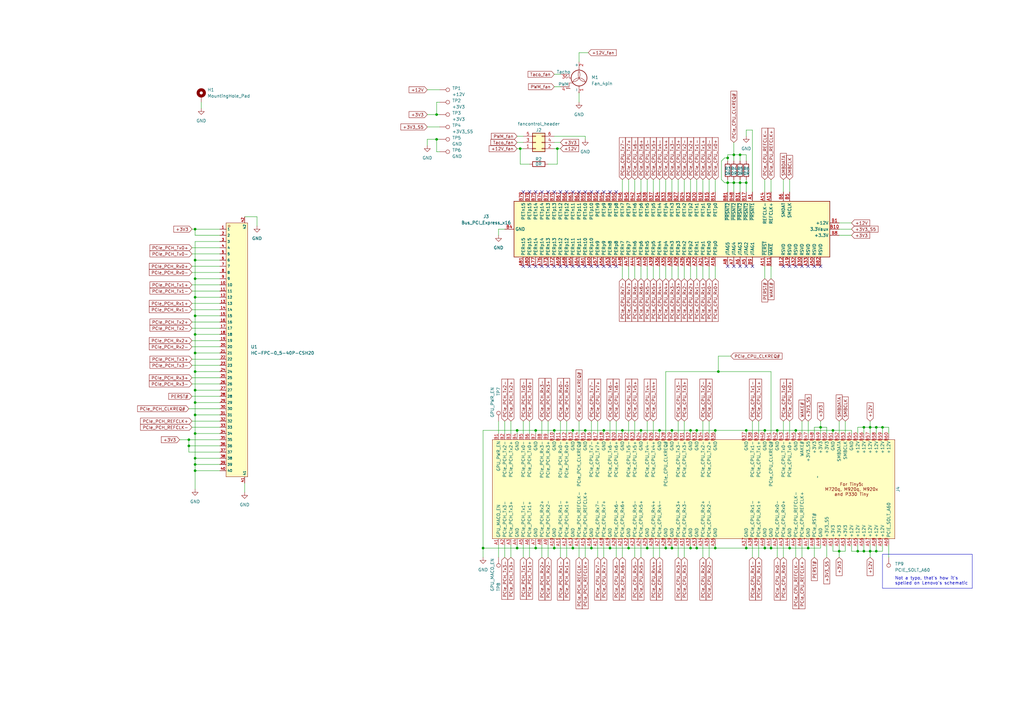
<source format=kicad_sch>
(kicad_sch (version 20231120) (generator "eeschema") (generator_version "8.0")
  (paper "A3")
  (lib_symbols
    (symbol "A_my_stuff:TinyRiser"
      (property "Reference" "J1" (at 0 33.02 0))
      (property "Value" "~" (at -5.08 0 0))
      (symbol "TinyRiser_1_1"
        (text "For Tiny5:\nM720q, M920q, M920x\nand P330 Tiny" (at 0 13.97 900) (effects (font (size 1.27 1.27))))
        (pin unspecified line (at 22.86 -130.81 180) (length 2.54) (name "GPU_MACO_EN") (number "A1"))
        (pin unspecified line (at 22.86 -107.95 180) (length 2.54) (name "GND") (number "A10"))
        (pin unspecified line (at 22.86 -105.41 180) (length 2.54) (name "PCIe_PCH_Rx1-") (number "A11"))
        (pin unspecified line (at 22.86 -102.87 180) (length 2.54) (name "PCIe_PCH_Rx1+") (number "A12"))
        (pin unspecified line (at 22.86 -100.33 180) (length 2.54) (name "GND") (number "A13"))
        (pin unspecified line (at 22.86 -97.79 180) (length 2.54) (name "PCIe_PCH_REFCLK-") (number "A14"))
        (pin unspecified line (at 22.86 -95.25 180) (length 2.54) (name "PCIe_PCH_REFCLK+") (number "A15"))
        (pin unspecified line (at 22.86 -92.71 180) (length 2.54) (name "GND") (number "A16"))
        (pin unspecified line (at 22.86 -90.17 180) (length 2.54) (name "PCIe_CPU_Rx7-") (number "A17"))
        (pin unspecified line (at 22.86 -87.63 180) (length 2.54) (name "PCIe_CPU_Rx7+") (number "A18"))
        (pin unspecified line (at 22.86 -85.09 180) (length 2.54) (name "GND") (number "A19"))
        (pin unspecified line (at 22.86 -128.27 180) (length 2.54) (name "PCIe_PCH_Tx3-") (number "A2"))
        (pin unspecified line (at 22.86 -82.55 180) (length 2.54) (name "PCIe_CPU_Rx6-") (number "A20"))
        (pin unspecified line (at 22.86 -80.01 180) (length 2.54) (name "PCIe_CPU_Rx6+") (number "A21"))
        (pin unspecified line (at 22.86 -77.47 180) (length 2.54) (name "GND") (number "A22"))
        (pin unspecified line (at 22.86 -74.93 180) (length 2.54) (name "PCIe_CPU_Rx5-") (number "A23"))
        (pin unspecified line (at 22.86 -72.39 180) (length 2.54) (name "PCIe_CPU_Rx5+") (number "A24"))
        (pin unspecified line (at 22.86 -69.85 180) (length 2.54) (name "GND") (number "A25"))
        (pin unspecified line (at 22.86 -67.31 180) (length 2.54) (name "PCIe_CPU_Rx4+") (number "A26"))
        (pin unspecified line (at 22.86 -64.77 180) (length 2.54) (name "PCIe_CPU_Rx4-") (number "A27"))
        (pin unspecified line (at 22.86 -62.23 180) (length 2.54) (name "GND") (number "A28"))
        (pin unspecified line (at 22.86 -59.69 180) (length 2.54) (name "GND") (number "A29"))
        (pin unspecified line (at 22.86 -125.73 180) (length 2.54) (name "PCIe_PCH_Tx3+") (number "A3"))
        (pin unspecified line (at 22.86 -57.15 180) (length 2.54) (name "PCIe_CPU_Rx3+") (number "A30"))
        (pin unspecified line (at 22.86 -54.61 180) (length 2.54) (name "PCIe_CPU_Rx3-") (number "A31"))
        (pin unspecified line (at 22.86 -52.07 180) (length 2.54) (name "GND") (number "A32"))
        (pin unspecified line (at 22.86 -49.53 180) (length 2.54) (name "GND") (number "A33"))
        (pin unspecified line (at 22.86 -46.99 180) (length 2.54) (name "PCIe_CPU_Rx2+") (number "A34"))
        (pin unspecified line (at 22.86 -44.45 180) (length 2.54) (name "PCIe_CPU_Rx2-") (number "A35"))
        (pin unspecified line (at 22.86 -41.91 180) (length 2.54) (name "GND") (number "A36"))
        (pin unspecified line (at 22.86 -29.21 180) (length 2.54) (name "GND") (number "A37"))
        (pin unspecified line (at 22.86 -26.67 180) (length 2.54) (name "PCIe_CPU_Rx1-") (number "A38"))
        (pin unspecified line (at 22.86 -24.13 180) (length 2.54) (name "PCIe_CPU_Rx1+") (number "A39"))
        (pin unspecified line (at 22.86 -123.19 180) (length 2.54) (name "GND") (number "A4"))
        (pin unspecified line (at 22.86 -21.59 180) (length 2.54) (name "GND") (number "A40"))
        (pin unspecified line (at 22.86 -19.05 180) (length 2.54) (name "GND") (number "A41"))
        (pin unspecified line (at 22.86 -16.51 180) (length 2.54) (name "PCIe_CPU_Rx0-") (number "A42"))
        (pin unspecified line (at 22.86 -13.97 180) (length 2.54) (name "PCIe_CPU_Rx0+") (number "A43"))
        (pin unspecified line (at 22.86 -11.43 180) (length 2.54) (name "GND") (number "A44"))
        (pin unspecified line (at 22.86 -8.89 180) (length 2.54) (name "PCIe_CPU_REFCLK-") (number "A45"))
        (pin unspecified line (at 22.86 -6.35 180) (length 2.54) (name "PCIe_CPU_REFCLK+") (number "A46"))
        (pin unspecified line (at 22.86 -3.81 180) (length 2.54) (name "GND") (number "A47"))
        (pin unspecified line (at 22.86 -1.27 180) (length 2.54) (name "PCIe_RST#") (number "A48"))
        (pin unspecified line (at 22.86 1.27 180) (length 2.54) (name "GND") (number "A49"))
        (pin unspecified line (at 22.86 -120.65 180) (length 2.54) (name "PCIe_PCH_Tx1-") (number "A5"))
        (pin unspecified line (at 22.86 3.81 180) (length 2.54) (name "+3V3_S5") (number "A50"))
        (pin unspecified line (at 22.86 6.35 180) (length 2.54) (name "+3V3") (number "A51"))
        (pin unspecified line (at 22.86 8.89 180) (length 2.54) (name "+3V3") (number "A52"))
        (pin unspecified line (at 22.86 11.43 180) (length 2.54) (name "+3V3") (number "A53"))
        (pin unspecified line (at 22.86 13.97 180) (length 2.54) (name "+12V") (number "A54"))
        (pin unspecified line (at 22.86 16.51 180) (length 2.54) (name "+12V") (number "A55"))
        (pin unspecified line (at 22.86 19.05 180) (length 2.54) (name "+12V") (number "A56"))
        (pin unspecified line (at 22.86 21.59 180) (length 2.54) (name "+12V") (number "A57"))
        (pin unspecified line (at 22.86 24.13 180) (length 2.54) (name "+12V") (number "A58"))
        (pin unspecified line (at 22.86 26.67 180) (length 2.54) (name "+12V") (number "A59"))
        (pin unspecified line (at 22.86 -118.11 180) (length 2.54) (name "PCIe_PCH_Tx1+") (number "A6"))
        (pin unspecified line (at 22.86 29.21 180) (length 2.54) (name "PCIE_SOLT_A60") (number "A60"))
        (pin unspecified line (at 22.86 -115.57 180) (length 2.54) (name "GND") (number "A7"))
        (pin unspecified line (at 22.86 -113.03 180) (length 2.54) (name "PCIe_PCH_Rx2+") (number "A8"))
        (pin unspecified line (at 22.86 -110.49 180) (length 2.54) (name "PCIe_PCH_Rx2-") (number "A9"))
        (pin unspecified line (at -22.86 -130.81 0) (length 2.54) (name "GPU_PWR_EN") (number "B1"))
        (pin unspecified line (at -22.86 -107.95 0) (length 2.54) (name "GND") (number "B10"))
        (pin unspecified line (at -22.86 -105.41 0) (length 2.54) (name "PCIe_PCH_Rx0-") (number "B11"))
        (pin unspecified line (at -22.86 -102.87 0) (length 2.54) (name "PCIe_PCH_Rx0+") (number "B12"))
        (pin unspecified line (at -22.86 -100.33 0) (length 2.54) (name "GND") (number "B13"))
        (pin unspecified line (at -22.86 -97.79 0) (length 2.54) (name "PCIe_PCH_CLKREQ#") (number "B14"))
        (pin unspecified line (at -22.86 -95.25 0) (length 2.54) (name "GND") (number "B15"))
        (pin unspecified line (at -22.86 -92.71 0) (length 2.54) (name "PCIe_CPU_Tx7-") (number "B16"))
        (pin unspecified line (at -22.86 -90.17 0) (length 2.54) (name "PCIe_CPU_Tx7+") (number "B17"))
        (pin unspecified line (at -22.86 -87.63 0) (length 2.54) (name "GND") (number "B18"))
        (pin unspecified line (at -22.86 -85.09 0) (length 2.54) (name "PCIe_CPU_Tx6-") (number "B19"))
        (pin unspecified line (at -22.86 -128.27 0) (length 2.54) (name "PCIe_PCH_Tx2-") (number "B2"))
        (pin unspecified line (at -22.86 -82.55 0) (length 2.54) (name "PCIe_CPU_Tx6+") (number "B20"))
        (pin unspecified line (at -22.86 -80.01 0) (length 2.54) (name "GND") (number "B21"))
        (pin unspecified line (at -22.86 -77.47 0) (length 2.54) (name "PCIe_CPU_Tx5-") (number "B22"))
        (pin unspecified line (at -22.86 -74.93 0) (length 2.54) (name "PCIe_CPU_Tx5+") (number "B23"))
        (pin unspecified line (at -22.86 -72.39 0) (length 2.54) (name "GND") (number "B24"))
        (pin unspecified line (at -22.86 -69.85 0) (length 2.54) (name "PCIe_CPU_Tx4-") (number "B25"))
        (pin unspecified line (at -22.86 -67.31 0) (length 2.54) (name "PCIe_CPU_Tx4+") (number "B26"))
        (pin unspecified line (at -22.86 -64.77 0) (length 2.54) (name "GND") (number "B27"))
        (pin unspecified line (at -22.86 -62.23 0) (length 2.54) (name "PCIe_CPU_CLKREQ#") (number "B28"))
        (pin unspecified line (at -22.86 -59.69 0) (length 2.54) (name "GND") (number "B29"))
        (pin unspecified line (at -22.86 -125.73 0) (length 2.54) (name "PCIe_PCH_Tx2+") (number "B3"))
        (pin unspecified line (at -22.86 -57.15 0) (length 2.54) (name "PCIe_CPU_Tx3-") (number "B30"))
        (pin unspecified line (at -22.86 -54.61 0) (length 2.54) (name "PCIe_CPU_Tx3+") (number "B31"))
        (pin unspecified line (at -22.86 -52.07 0) (length 2.54) (name "GND") (number "B32"))
        (pin unspecified line (at -22.86 -49.53 0) (length 2.54) (name "GND") (number "B33"))
        (pin unspecified line (at -22.86 -46.99 0) (length 2.54) (name "PCIe_CPU_Tx2-") (number "B34"))
        (pin unspecified line (at -22.86 -44.45 0) (length 2.54) (name "PCIe_CPU_Tx2+") (number "B35"))
        (pin unspecified line (at -22.86 -41.91 0) (length 2.54) (name "GND") (number "B36"))
        (pin unspecified line (at -22.86 -29.21 0) (length 2.54) (name "GND") (number "B37"))
        (pin unspecified line (at -22.86 -26.67 0) (length 2.54) (name "PCIe_CPU_Tx1-") (number "B38"))
        (pin unspecified line (at -22.86 -24.13 0) (length 2.54) (name "PCIe_CPU_Tx1+") (number "B39"))
        (pin unspecified line (at -22.86 -123.19 0) (length 2.54) (name "GND") (number "B4"))
        (pin unspecified line (at -22.86 -21.59 0) (length 2.54) (name "GND") (number "B40"))
        (pin unspecified line (at -22.86 -19.05 0) (length 2.54) (name "PCIe_CPU_CLKREQ#") (number "B41"))
        (pin unspecified line (at -22.86 -16.51 0) (length 2.54) (name "GND") (number "B42"))
        (pin unspecified line (at -22.86 -13.97 0) (length 2.54) (name "PCIe_CPU_Tx0-") (number "B43"))
        (pin unspecified line (at -22.86 -11.43 0) (length 2.54) (name "PCIe_CPU_Tx0+") (number "B44"))
        (pin unspecified line (at -22.86 -8.89 0) (length 2.54) (name "GND") (number "B45"))
        (pin unspecified line (at -22.86 -6.35 0) (length 2.54) (name "WAKE#") (number "B46"))
        (pin unspecified line (at -22.86 -3.81 0) (length 2.54) (name "+3V3_S5") (number "B47"))
        (pin unspecified line (at -22.86 -1.27 0) (length 2.54) (name "+3V3") (number "B48"))
        (pin unspecified line (at -22.86 1.27 0) (length 2.54) (name "+3V3") (number "B49"))
        (pin unspecified line (at -22.86 -120.65 0) (length 2.54) (name "PCIe_PCH_Tx0-") (number "B5"))
        (pin unspecified line (at -22.86 3.81 0) (length 2.54) (name "+3V3") (number "B50"))
        (pin unspecified line (at -22.86 6.35 0) (length 2.54) (name "GND") (number "B51"))
        (pin unspecified line (at -22.86 8.89 0) (length 2.54) (name "SMBDATA") (number "B52"))
        (pin unspecified line (at -22.86 11.43 0) (length 2.54) (name "SMBCLK") (number "B53"))
        (pin unspecified line (at -22.86 13.97 0) (length 2.54) (name "GND") (number "B54"))
        (pin unspecified line (at -22.86 16.51 0) (length 2.54) (name "+12V") (number "B55"))
        (pin unspecified line (at -22.86 19.05 0) (length 2.54) (name "+12V") (number "B56"))
        (pin unspecified line (at -22.86 21.59 0) (length 2.54) (name "+12V") (number "B57"))
        (pin unspecified line (at -22.86 24.13 0) (length 2.54) (name "+12V") (number "B58"))
        (pin unspecified line (at -22.86 26.67 0) (length 2.54) (name "+12V") (number "B59"))
        (pin unspecified line (at -22.86 -118.11 0) (length 2.54) (name "PCIe_PCH_Tx0+") (number "B6"))
        (pin unspecified line (at -22.86 29.21 0) (length 2.54) (name "+12V") (number "B60"))
        (pin unspecified line (at -22.86 -115.57 0) (length 2.54) (name "GND") (number "B7"))
        (pin unspecified line (at -22.86 -113.03 0) (length 2.54) (name "PCIe_PCH_Rx3-") (number "B8"))
        (pin unspecified line (at -22.86 -110.49 0) (length 2.54) (name "PCIe_PCH_Rx3+") (number "B9"))
      )
    )
    (symbol "Connector:Bus_PCI_Express_x16"
      (property "Reference" "J" (at -8.89 66.04 0))
      (property "Value" "Bus_PCI_Express_x16" (at 13.97 66.04 0))
      (symbol "Bus_PCI_Express_x16_1_1"
        (pin passive line (at -15.24 33.02 0) (length 3.81) (name "~{PRSNT1}") (number "A1"))
        (pin passive line (at 2.54 68.58 270) (length 3.81) hide (name "+3.3V") (number "A10"))
        (pin input line (at 15.24 38.1 180) (length 3.81) (name "~{PERST}") (number "A11"))
        (pin passive line (at 0 -68.58 90) (length 3.81) hide (name "GND") (number "A12"))
        (pin input line (at -15.24 40.64 0) (length 3.81) (name "REFCLK+") (number "A13"))
        (pin input line (at -15.24 38.1 0) (length 3.81) (name "REFCLK-") (number "A14"))
        (pin passive line (at 0 -68.58 90) (length 3.81) hide (name "GND") (number "A15"))
        (pin output line (at 15.24 17.78 180) (length 3.81) (name "PERp0") (number "A16"))
        (pin output line (at 15.24 15.24 180) (length 3.81) (name "PERn0") (number "A17"))
        (pin passive line (at 0 -68.58 90) (length 3.81) hide (name "GND") (number "A18"))
        (pin passive line (at 15.24 48.26 180) (length 3.81) (name "RSVD") (number "A19"))
        (pin passive line (at -2.54 68.58 270) (length 3.81) hide (name "+12V") (number "A2"))
        (pin passive line (at 0 -68.58 90) (length 3.81) hide (name "GND") (number "A20"))
        (pin output line (at 15.24 12.7 180) (length 3.81) (name "PERp1") (number "A21"))
        (pin output line (at 15.24 10.16 180) (length 3.81) (name "PERn1") (number "A22"))
        (pin passive line (at 0 -68.58 90) (length 3.81) hide (name "GND") (number "A23"))
        (pin passive line (at 0 -68.58 90) (length 3.81) hide (name "GND") (number "A24"))
        (pin output line (at 15.24 7.62 180) (length 3.81) (name "PERp2") (number "A25"))
        (pin output line (at 15.24 5.08 180) (length 3.81) (name "PERn2") (number "A26"))
        (pin passive line (at 0 -68.58 90) (length 3.81) hide (name "GND") (number "A27"))
        (pin passive line (at 0 -68.58 90) (length 3.81) hide (name "GND") (number "A28"))
        (pin output line (at 15.24 2.54 180) (length 3.81) (name "PERp3") (number "A29"))
        (pin passive line (at -2.54 68.58 270) (length 3.81) hide (name "+12V") (number "A3"))
        (pin output line (at 15.24 0 180) (length 3.81) (name "PERn3") (number "A30"))
        (pin passive line (at 0 -68.58 90) (length 3.81) hide (name "GND") (number "A31"))
        (pin passive line (at 15.24 50.8 180) (length 3.81) (name "RSVD") (number "A32"))
        (pin passive line (at 15.24 55.88 180) (length 3.81) (name "RSVD") (number "A33"))
        (pin passive line (at 0 -68.58 90) (length 3.81) hide (name "GND") (number "A34"))
        (pin output line (at 15.24 -2.54 180) (length 3.81) (name "PERp4") (number "A35"))
        (pin output line (at 15.24 -5.08 180) (length 3.81) (name "PERn4") (number "A36"))
        (pin passive line (at 0 -68.58 90) (length 3.81) hide (name "GND") (number "A37"))
        (pin passive line (at 0 -68.58 90) (length 3.81) hide (name "GND") (number "A38"))
        (pin output line (at 15.24 -7.62 180) (length 3.81) (name "PERp5") (number "A39"))
        (pin passive line (at 0 -68.58 90) (length 3.81) hide (name "GND") (number "A4"))
        (pin output line (at 15.24 -10.16 180) (length 3.81) (name "PERn5") (number "A40"))
        (pin passive line (at 0 -68.58 90) (length 3.81) hide (name "GND") (number "A41"))
        (pin passive line (at 0 -68.58 90) (length 3.81) hide (name "GND") (number "A42"))
        (pin output line (at 15.24 -12.7 180) (length 3.81) (name "PERp6") (number "A43"))
        (pin output line (at 15.24 -15.24 180) (length 3.81) (name "PERn6") (number "A44"))
        (pin passive line (at 0 -68.58 90) (length 3.81) hide (name "GND") (number "A45"))
        (pin passive line (at 0 -68.58 90) (length 3.81) hide (name "GND") (number "A46"))
        (pin output line (at 15.24 -17.78 180) (length 3.81) (name "PERp7") (number "A47"))
        (pin output line (at 15.24 -20.32 180) (length 3.81) (name "PERn7") (number "A48"))
        (pin passive line (at 0 -68.58 90) (length 3.81) hide (name "GND") (number "A49"))
        (pin input line (at 15.24 30.48 180) (length 3.81) (name "JTAG2") (number "A5"))
        (pin passive line (at 15.24 58.42 180) (length 3.81) (name "RSVD") (number "A50"))
        (pin passive line (at 0 -68.58 90) (length 3.81) hide (name "GND") (number "A51"))
        (pin output line (at 15.24 -22.86 180) (length 3.81) (name "PERp8") (number "A52"))
        (pin output line (at 15.24 -25.4 180) (length 3.81) (name "PERn8") (number "A53"))
        (pin passive line (at 0 -68.58 90) (length 3.81) hide (name "GND") (number "A54"))
        (pin passive line (at 0 -68.58 90) (length 3.81) hide (name "GND") (number "A55"))
        (pin output line (at 15.24 -27.94 180) (length 3.81) (name "PERp9") (number "A56"))
        (pin output line (at 15.24 -30.48 180) (length 3.81) (name "PERn9") (number "A57"))
        (pin passive line (at 0 -68.58 90) (length 3.81) hide (name "GND") (number "A58"))
        (pin passive line (at 0 -68.58 90) (length 3.81) hide (name "GND") (number "A59"))
        (pin input line (at 15.24 27.94 180) (length 3.81) (name "JTAG3") (number "A6"))
        (pin output line (at 15.24 -33.02 180) (length 3.81) (name "PERp10") (number "A60"))
        (pin output line (at 15.24 -35.56 180) (length 3.81) (name "PERn10") (number "A61"))
        (pin passive line (at 0 -68.58 90) (length 3.81) hide (name "GND") (number "A62"))
        (pin passive line (at 0 -68.58 90) (length 3.81) hide (name "GND") (number "A63"))
        (pin output line (at 15.24 -38.1 180) (length 3.81) (name "PERp11") (number "A64"))
        (pin output line (at 15.24 -40.64 180) (length 3.81) (name "PERn11") (number "A65"))
        (pin passive line (at 0 -68.58 90) (length 3.81) hide (name "GND") (number "A66"))
        (pin passive line (at 0 -68.58 90) (length 3.81) hide (name "GND") (number "A67"))
        (pin output line (at 15.24 -43.18 180) (length 3.81) (name "PERp12") (number "A68"))
        (pin output line (at 15.24 -45.72 180) (length 3.81) (name "PERn12") (number "A69"))
        (pin output line (at 15.24 25.4 180) (length 3.81) (name "JTAG4") (number "A7"))
        (pin passive line (at 0 -68.58 90) (length 3.81) hide (name "GND") (number "A70"))
        (pin passive line (at 0 -68.58 90) (length 3.81) hide (name "GND") (number "A71"))
        (pin output line (at 15.24 -48.26 180) (length 3.81) (name "PERp13") (number "A72"))
        (pin output line (at 15.24 -50.8 180) (length 3.81) (name "PERn13") (number "A73"))
        (pin passive line (at 0 -68.58 90) (length 3.81) hide (name "GND") (number "A74"))
        (pin passive line (at 0 -68.58 90) (length 3.81) hide (name "GND") (number "A75"))
        (pin output line (at 15.24 -53.34 180) (length 3.81) (name "PERp14") (number "A76"))
        (pin output line (at 15.24 -55.88 180) (length 3.81) (name "PERn14") (number "A77"))
        (pin passive line (at 0 -68.58 90) (length 3.81) hide (name "GND") (number "A78"))
        (pin passive line (at 0 -68.58 90) (length 3.81) hide (name "GND") (number "A79"))
        (pin input line (at 15.24 22.86 180) (length 3.81) (name "JTAG5") (number "A8"))
        (pin output line (at 15.24 -58.42 180) (length 3.81) (name "PERp15") (number "A80"))
        (pin output line (at 15.24 -60.96 180) (length 3.81) (name "PERn15") (number "A81"))
        (pin passive line (at 0 -68.58 90) (length 3.81) hide (name "GND") (number "A82"))
        (pin passive line (at 2.54 68.58 270) (length 3.81) hide (name "+3.3V") (number "A9"))
        (pin power_in line (at -2.54 68.58 270) (length 3.81) (name "+12V") (number "B1"))
        (pin power_in line (at 0 68.58 270) (length 3.81) (name "3.3Vaux") (number "B10"))
        (pin open_collector line (at 15.24 40.64 180) (length 3.81) (name "~{WAKE}") (number "B11"))
        (pin passive line (at 15.24 45.72 180) (length 3.81) (name "RSVD") (number "B12"))
        (pin passive line (at 0 -68.58 90) (length 3.81) hide (name "GND") (number "B13"))
        (pin input line (at -15.24 17.78 0) (length 3.81) (name "PETp0") (number "B14"))
        (pin input line (at -15.24 15.24 0) (length 3.81) (name "PETn0") (number "B15"))
        (pin passive line (at 0 -68.58 90) (length 3.81) hide (name "GND") (number "B16"))
        (pin passive line (at -15.24 30.48 0) (length 3.81) (name "~{PRSNT2}") (number "B17"))
        (pin passive line (at 0 -68.58 90) (length 3.81) hide (name "GND") (number "B18"))
        (pin input line (at -15.24 12.7 0) (length 3.81) (name "PETp1") (number "B19"))
        (pin passive line (at -2.54 68.58 270) (length 3.81) hide (name "+12V") (number "B2"))
        (pin input line (at -15.24 10.16 0) (length 3.81) (name "PETn1") (number "B20"))
        (pin passive line (at 0 -68.58 90) (length 3.81) hide (name "GND") (number "B21"))
        (pin passive line (at 0 -68.58 90) (length 3.81) hide (name "GND") (number "B22"))
        (pin input line (at -15.24 7.62 0) (length 3.81) (name "PETp2") (number "B23"))
        (pin input line (at -15.24 5.08 0) (length 3.81) (name "PETn2") (number "B24"))
        (pin passive line (at 0 -68.58 90) (length 3.81) hide (name "GND") (number "B25"))
        (pin passive line (at 0 -68.58 90) (length 3.81) hide (name "GND") (number "B26"))
        (pin input line (at -15.24 2.54 0) (length 3.81) (name "PETp3") (number "B27"))
        (pin input line (at -15.24 0 0) (length 3.81) (name "PETn3") (number "B28"))
        (pin passive line (at 0 -68.58 90) (length 3.81) hide (name "GND") (number "B29"))
        (pin passive line (at -2.54 68.58 270) (length 3.81) hide (name "+12V") (number "B3"))
        (pin passive line (at 15.24 53.34 180) (length 3.81) (name "RSVD") (number "B30"))
        (pin passive line (at -15.24 27.94 0) (length 3.81) (name "~{PRSNT2}") (number "B31"))
        (pin passive line (at 0 -68.58 90) (length 3.81) hide (name "GND") (number "B32"))
        (pin input line (at -15.24 -2.54 0) (length 3.81) (name "PETp4") (number "B33"))
        (pin input line (at -15.24 -5.08 0) (length 3.81) (name "PETn4") (number "B34"))
        (pin passive line (at 0 -68.58 90) (length 3.81) hide (name "GND") (number "B35"))
        (pin passive line (at 0 -68.58 90) (length 3.81) hide (name "GND") (number "B36"))
        (pin input line (at -15.24 -7.62 0) (length 3.81) (name "PETp5") (number "B37"))
        (pin input line (at -15.24 -10.16 0) (length 3.81) (name "PETn5") (number "B38"))
        (pin passive line (at 0 -68.58 90) (length 3.81) hide (name "GND") (number "B39"))
        (pin power_in line (at 0 -68.58 90) (length 3.81) (name "GND") (number "B4"))
        (pin passive line (at 0 -68.58 90) (length 3.81) hide (name "GND") (number "B40"))
        (pin input line (at -15.24 -12.7 0) (length 3.81) (name "PETp6") (number "B41"))
        (pin input line (at -15.24 -15.24 0) (length 3.81) (name "PETn6") (number "B42"))
        (pin passive line (at 0 -68.58 90) (length 3.81) hide (name "GND") (number "B43"))
        (pin passive line (at 0 -68.58 90) (length 3.81) hide (name "GND") (number "B44"))
        (pin input line (at -15.24 -17.78 0) (length 3.81) (name "PETp7") (number "B45"))
        (pin input line (at -15.24 -20.32 0) (length 3.81) (name "PETn7") (number "B46"))
        (pin passive line (at 0 -68.58 90) (length 3.81) hide (name "GND") (number "B47"))
        (pin passive line (at -15.24 25.4 0) (length 3.81) (name "~{PRSNT2}") (number "B48"))
        (pin passive line (at 0 -68.58 90) (length 3.81) hide (name "GND") (number "B49"))
        (pin input line (at -15.24 48.26 0) (length 3.81) (name "SMCLK") (number "B5"))
        (pin input line (at -15.24 -22.86 0) (length 3.81) (name "PETp8") (number "B50"))
        (pin input line (at -15.24 -25.4 0) (length 3.81) (name "PETn8") (number "B51"))
        (pin passive line (at 0 -68.58 90) (length 3.81) hide (name "GND") (number "B52"))
        (pin passive line (at 0 -68.58 90) (length 3.81) hide (name "GND") (number "B53"))
        (pin input line (at -15.24 -27.94 0) (length 3.81) (name "PETp9") (number "B54"))
        (pin input line (at -15.24 -30.48 0) (length 3.81) (name "PETn9") (number "B55"))
        (pin passive line (at 0 -68.58 90) (length 3.81) hide (name "GND") (number "B56"))
        (pin passive line (at 0 -68.58 90) (length 3.81) hide (name "GND") (number "B57"))
        (pin input line (at -15.24 -33.02 0) (length 3.81) (name "PETp10") (number "B58"))
        (pin input line (at -15.24 -35.56 0) (length 3.81) (name "PETn10") (number "B59"))
        (pin bidirectional line (at -15.24 45.72 0) (length 3.81) (name "SMDAT") (number "B6"))
        (pin passive line (at 0 -68.58 90) (length 3.81) hide (name "GND") (number "B60"))
        (pin passive line (at 0 -68.58 90) (length 3.81) hide (name "GND") (number "B61"))
        (pin input line (at -15.24 -38.1 0) (length 3.81) (name "PETp11") (number "B62"))
        (pin input line (at -15.24 -40.64 0) (length 3.81) (name "PETn11") (number "B63"))
        (pin passive line (at 0 -68.58 90) (length 3.81) hide (name "GND") (number "B64"))
        (pin passive line (at 0 -68.58 90) (length 3.81) hide (name "GND") (number "B65"))
        (pin input line (at -15.24 -43.18 0) (length 3.81) (name "PETp12") (number "B66"))
        (pin input line (at -15.24 -45.72 0) (length 3.81) (name "PETn12") (number "B67"))
        (pin passive line (at 0 -68.58 90) (length 3.81) hide (name "GND") (number "B68"))
        (pin passive line (at 0 -68.58 90) (length 3.81) hide (name "GND") (number "B69"))
        (pin passive line (at 0 -68.58 90) (length 3.81) hide (name "GND") (number "B7"))
        (pin input line (at -15.24 -48.26 0) (length 3.81) (name "PETp13") (number "B70"))
        (pin input line (at -15.24 -50.8 0) (length 3.81) (name "PETn13") (number "B71"))
        (pin passive line (at 0 -68.58 90) (length 3.81) hide (name "GND") (number "B72"))
        (pin passive line (at 0 -68.58 90) (length 3.81) hide (name "GND") (number "B73"))
        (pin input line (at -15.24 -53.34 0) (length 3.81) (name "PETp14") (number "B74"))
        (pin input line (at -15.24 -55.88 0) (length 3.81) (name "PETn14") (number "B75"))
        (pin passive line (at 0 -68.58 90) (length 3.81) hide (name "GND") (number "B76"))
        (pin passive line (at 0 -68.58 90) (length 3.81) hide (name "GND") (number "B77"))
        (pin input line (at -15.24 -58.42 0) (length 3.81) (name "PETp15") (number "B78"))
        (pin input line (at -15.24 -60.96 0) (length 3.81) (name "PETn15") (number "B79"))
        (pin power_in line (at 2.54 68.58 270) (length 3.81) (name "+3.3V") (number "B8"))
        (pin passive line (at 0 -68.58 90) (length 3.81) hide (name "GND") (number "B80"))
        (pin passive line (at -15.24 22.86 0) (length 3.81) (name "~{PRSNT2}") (number "B81"))
        (pin passive line (at 15.24 60.96 180) (length 3.81) (name "RSVD") (number "B82"))
        (pin input line (at 15.24 33.02 180) (length 3.81) (name "JTAG1") (number "B9"))
      )
    )
    (symbol "Connector:TestPoint" (pin_numbers hide) (pin_names (offset 0.762) hide)
      (property "Reference" "TP" (at 0 6.858 0))
      (property "Value" "TestPoint" (at 0 5.08 0))
      (symbol "TestPoint_1_1"
        (pin passive line (at 0 0 90) (length 2.54) (name "1") (number "1"))
      )
    )
    (symbol "Connector_Generic:Conn_02x03_Odd_Even" (pin_names (offset 1.016) hide)
      (property "Reference" "J" (at 1.27 5.08 0))
      (property "Value" "Conn_02x03_Odd_Even" (at 1.27 -5.08 0))
      (symbol "Conn_02x03_Odd_Even_1_1"
        (pin passive line (at -5.08 2.54 0) (length 3.81) (name "Pin_1") (number "1"))
        (pin passive line (at 7.62 2.54 180) (length 3.81) (name "Pin_2") (number "2"))
        (pin passive line (at -5.08 0 0) (length 3.81) (name "Pin_3") (number "3"))
        (pin passive line (at 7.62 0 180) (length 3.81) (name "Pin_4") (number "4"))
        (pin passive line (at -5.08 -2.54 0) (length 3.81) (name "Pin_5") (number "5"))
        (pin passive line (at 7.62 -2.54 180) (length 3.81) (name "Pin_6") (number "6"))
      )
    )
    (symbol "Device:R" (pin_numbers hide) (pin_names (offset 0))
      (property "Reference" "R" (at 2.032 0 90))
      (property "Value" "R" (at 0 0 90))
      (symbol "R_1_1"
        (pin passive line (at 0 3.81 270) (length 1.27) (name "~") (number "1"))
        (pin passive line (at 0 -3.81 90) (length 1.27) (name "~") (number "2"))
      )
    )
    (symbol "HC-FPC-0_5-40P-CSH20:HC-FPC-0_5-40P-CSH20"
      (property "Reference" "U" (at 0 1.27 0))
      (property "Value" "HC-FPC-0_5-40P-CSH20" (at 0 -2.54 0))
      (symbol "HC-FPC-0_5-40P-CSH20_0_1"
        (pin unspecified line (at -5.08 50.8 0) (length 2.54) (name "1") (number "1"))
        (pin unspecified line (at -5.08 27.94 0) (length 2.54) (name "10") (number "10"))
        (pin unspecified line (at -5.08 25.4 0) (length 2.54) (name "11") (number "11"))
        (pin unspecified line (at -5.08 22.86 0) (length 2.54) (name "12") (number "12"))
        (pin unspecified line (at -5.08 20.32 0) (length 2.54) (name "13") (number "13"))
        (pin unspecified line (at -5.08 17.78 0) (length 2.54) (name "14") (number "14"))
        (pin unspecified line (at -5.08 15.24 0) (length 2.54) (name "15") (number "15"))
        (pin unspecified line (at -5.08 12.7 0) (length 2.54) (name "16") (number "16"))
        (pin unspecified line (at -5.08 10.16 0) (length 2.54) (name "17") (number "17"))
        (pin unspecified line (at -5.08 7.62 0) (length 2.54) (name "18") (number "18"))
        (pin unspecified line (at -5.08 5.08 0) (length 2.54) (name "19") (number "19"))
        (pin unspecified line (at -5.08 48.26 0) (length 2.54) (name "2") (number "2"))
        (pin unspecified line (at -5.08 2.54 0) (length 2.54) (name "20") (number "20"))
        (pin unspecified line (at -5.08 0 0) (length 2.54) (name "21") (number "21"))
        (pin unspecified line (at -5.08 -2.54 0) (length 2.54) (name "22") (number "22"))
        (pin unspecified line (at -5.08 -5.08 0) (length 2.54) (name "23") (number "23"))
        (pin unspecified line (at -5.08 -7.62 0) (length 2.54) (name "24") (number "24"))
        (pin unspecified line (at -5.08 -10.16 0) (length 2.54) (name "25") (number "25"))
        (pin unspecified line (at -5.08 -12.7 0) (length 2.54) (name "26") (number "26"))
        (pin unspecified line (at -5.08 -15.24 0) (length 2.54) (name "27") (number "27"))
        (pin unspecified line (at -5.08 -17.78 0) (length 2.54) (name "28") (number "28"))
        (pin unspecified line (at -5.08 -20.32 0) (length 2.54) (name "29") (number "29"))
        (pin unspecified line (at -5.08 45.72 0) (length 2.54) (name "3") (number "3"))
        (pin unspecified line (at -5.08 -22.86 0) (length 2.54) (name "30") (number "30"))
        (pin unspecified line (at -5.08 -25.4 0) (length 2.54) (name "31") (number "31"))
        (pin unspecified line (at -5.08 -27.94 0) (length 2.54) (name "32") (number "32"))
        (pin unspecified line (at -5.08 -30.48 0) (length 2.54) (name "33") (number "33"))
        (pin unspecified line (at -5.08 -33.02 0) (length 2.54) (name "34") (number "34"))
        (pin unspecified line (at -5.08 -35.56 0) (length 2.54) (name "35") (number "35"))
        (pin unspecified line (at -5.08 -38.1 0) (length 2.54) (name "36") (number "36"))
        (pin unspecified line (at -5.08 -40.64 0) (length 2.54) (name "37") (number "37"))
        (pin unspecified line (at -5.08 -43.18 0) (length 2.54) (name "38") (number "38"))
        (pin unspecified line (at -5.08 -45.72 0) (length 2.54) (name "39") (number "39"))
        (pin unspecified line (at -5.08 43.18 0) (length 2.54) (name "4") (number "4"))
        (pin unspecified line (at -5.08 -48.26 0) (length 2.54) (name "40") (number "40"))
        (pin unspecified line (at 5.08 -53.34 90) (length 2.54) (name "41") (number "41"))
        (pin unspecified line (at 5.08 55.88 270) (length 2.54) (name "42") (number "42"))
        (pin unspecified line (at -5.08 40.64 0) (length 2.54) (name "5") (number "5"))
        (pin unspecified line (at -5.08 38.1 0) (length 2.54) (name "6") (number "6"))
        (pin unspecified line (at -5.08 35.56 0) (length 2.54) (name "7") (number "7"))
        (pin unspecified line (at -5.08 33.02 0) (length 2.54) (name "8") (number "8"))
        (pin unspecified line (at -5.08 30.48 0) (length 2.54) (name "9") (number "9"))
      )
    )
    (symbol "Mechanical:MountingHole_Pad" (pin_numbers hide) (pin_names (offset 1.016) hide)
      (property "Reference" "H" (at 0 6.35 0))
      (property "Value" "MountingHole_Pad" (at 0 4.445 0))
      (symbol "MountingHole_Pad_1_1"
        (pin input line (at 0 -2.54 90) (length 2.54) (name "1") (number "1"))
      )
    )
    (symbol "Motor:Fan_4pin" (pin_names (offset 0))
      (property "Reference" "M" (at 2.54 5.08 0))
      (property "Value" "Fan_4pin" (at 2.54 -2.54 0))
      (symbol "Fan_4pin_1_1"
        (pin passive line (at 0 -5.08 90) (length 2.54) (name "-") (number "1"))
        (pin passive line (at 0 7.62 270) (length 2.54) (name "+") (number "2"))
        (pin passive line (at -7.62 2.54 0) (length 2.54) (name "Tacho") (number "3"))
        (pin input line (at -7.62 -2.54 0) (length 2.54) (name "PWM") (number "4"))
      )
    )
    (symbol "power:GND" (power) (pin_names (offset 0))
      (property "Value" "GND" (at 0 -3.81 0))
      (symbol "GND_1_1"
        (pin power_in line (at 0 0 270) (length 0) hide (name "GND") (number "1"))
      )
    )
  )
  (junction (at 298.45 64.77))
  (junction (at 283.21 224.79))
  (junction (at 331.47 224.79))
  (junction (at 306.07 74.93))
  (junction (at 80.01 106.68))
  (junction (at 303.53 74.93))
  (junction (at 242.57 224.79))
  (junction (at 344.17 226.06))
  (junction (at 80.01 165.1))
  (junction (at 273.05 224.79))
  (junction (at 318.77 176.53))
  (junction (at 80.01 187.96))
  (junction (at 336.55 175.26))
  (junction (at 306.07 176.53))
  (junction (at 285.75 176.53))
  (junction (at 303.53 63.5))
  (junction (at 234.95 224.79))
  (junction (at 80.01 93.98))
  (junction (at 275.59 224.79))
  (junction (at 212.09 224.79))
  (junction (at 219.71 176.53))
  (junction (at 80.01 152.4))
  (junction (at 80.01 190.5))
  (junction (at 77.47 180.34))
  (junction (at 80.01 160.02))
  (junction (at 351.79 226.06))
  (junction (at 213.36 60.96))
  (junction (at 283.21 176.53))
  (junction (at 227.33 224.79))
  (junction (at 323.85 224.79))
  (junction (at 313.69 224.79))
  (junction (at 361.95 175.26))
  (junction (at 212.09 176.53))
  (junction (at 247.65 176.53))
  (junction (at 313.69 176.53))
  (junction (at 356.87 226.06))
  (junction (at 255.27 176.53))
  (junction (at 306.07 224.79))
  (junction (at 356.87 175.26))
  (junction (at 179.07 57.15))
  (junction (at 293.37 176.53))
  (junction (at 80.01 193.04))
  (junction (at 179.07 46.99))
  (junction (at 285.75 224.79))
  (junction (at 270.51 176.53))
  (junction (at 298.45 74.93))
  (junction (at 300.99 74.93))
  (junction (at 234.95 176.53))
  (junction (at 250.19 224.79))
  (junction (at 265.43 224.79))
  (junction (at 359.41 226.06))
  (junction (at 326.39 176.53))
  (junction (at 198.12 224.79))
  (junction (at 257.81 224.79))
  (junction (at 80.01 170.18))
  (junction (at 341.63 176.53))
  (junction (at 354.33 226.06))
  (junction (at 80.01 114.3))
  (junction (at 219.71 224.79))
  (junction (at 80.01 137.16))
  (junction (at 275.59 176.53))
  (junction (at 80.01 177.8))
  (junction (at 227.33 176.53))
  (junction (at 80.01 144.78))
  (junction (at 80.01 121.92))
  (junction (at 293.37 224.79))
  (junction (at 240.03 176.53))
  (junction (at 80.01 129.54))
  (junction (at 354.33 175.26))
  (junction (at 294.64 152.4))
  (junction (at 316.23 224.79))
  (junction (at 262.89 176.53))
  (junction (at 77.47 182.88))
  (junction (at 300.99 63.5))
  (junction (at 228.6 60.96))
  (junction (at 359.41 175.26))
  (no_connect (at 229.87 109.22))
  (no_connect (at 232.41 78.74))
  (no_connect (at 242.57 109.22))
  (no_connect (at 250.19 109.22))
  (no_connect (at 214.63 78.74))
  (no_connect (at 336.55 109.22))
  (no_connect (at 252.73 78.74))
  (no_connect (at 224.79 78.74))
  (no_connect (at 229.87 78.74))
  (no_connect (at 245.11 78.74))
  (no_connect (at 217.17 78.74))
  (no_connect (at 323.85 109.22))
  (no_connect (at 247.65 78.74))
  (no_connect (at 219.71 109.22))
  (no_connect (at 237.49 109.22))
  (no_connect (at 306.07 109.22))
  (no_connect (at 222.25 78.74))
  (no_connect (at 331.47 109.22))
  (no_connect (at 245.11 109.22))
  (no_connect (at 321.31 109.22))
  (no_connect (at 298.45 109.22))
  (no_connect (at 250.19 78.74))
  (no_connect (at 214.63 109.22))
  (no_connect (at 300.99 109.22))
  (no_connect (at 234.95 78.74))
  (no_connect (at 234.95 109.22))
  (no_connect (at 242.57 78.74))
  (no_connect (at 334.01 109.22))
  (no_connect (at 240.03 78.74))
  (no_connect (at 232.41 109.22))
  (no_connect (at 222.25 109.22))
  (no_connect (at 303.53 109.22))
  (no_connect (at 308.61 109.22))
  (no_connect (at 219.71 78.74))
  (no_connect (at 237.49 78.74))
  (no_connect (at 227.33 109.22))
  (no_connect (at 240.03 109.22))
  (no_connect (at 224.79 109.22))
  (no_connect (at 326.39 109.22))
  (no_connect (at 328.93 109.22))
  (no_connect (at 227.33 78.74))
  (no_connect (at 217.17 109.22))
  (no_connect (at 247.65 109.22))
  (no_connect (at 252.73 109.22))
  (wire (pts (xy 313.69 176.53) (xy 313.69 177.8)))
  (wire (pts (xy 78.74 119.38) (xy 90.17 119.38)))
  (wire (pts (xy 219.71 224.79) (xy 227.33 224.79)))
  (wire (pts (xy 361.95 223.52) (xy 361.95 226.06)))
  (wire (pts (xy 288.29 223.52) (xy 288.29 228.6)))
  (wire (pts (xy 295.91 73.66) (xy 297.18 74.93)))
  (wire (pts (xy 237.49 41.91) (xy 237.49 38.1)))
  (wire (pts (xy 209.55 223.52) (xy 209.55 228.6)))
  (wire (pts (xy 255.27 109.22) (xy 255.27 114.3)))
  (wire (pts (xy 278.13 172.72) (xy 278.13 177.8)))
  (wire (pts (xy 77.47 167.64) (xy 90.17 167.64)))
  (wire (pts (xy 234.95 176.53) (xy 240.03 176.53)))
  (wire (pts (xy 354.33 223.52) (xy 354.33 226.06)))
  (wire (pts (xy 78.74 101.6) (xy 90.17 101.6)))
  (wire (pts (xy 306.07 176.53) (xy 306.07 177.8)))
  (wire (pts (xy 80.01 187.96) (xy 90.17 187.96)))
  (wire (pts (xy 242.57 172.72) (xy 242.57 177.8)))
  (wire (pts (xy 224.79 172.72) (xy 224.79 177.8)))
  (wire (pts (xy 73.66 180.34) (xy 77.47 180.34)))
  (wire (pts (xy 267.97 172.72) (xy 267.97 177.8)))
  (wire (pts (xy 316.23 152.4) (xy 316.23 177.8)))
  (wire (pts (xy 308.61 223.52) (xy 308.61 228.6)))
  (wire (pts (xy 80.01 106.68) (xy 90.17 106.68)))
  (wire (pts (xy 80.01 165.1) (xy 80.01 160.02)))
  (wire (pts (xy 198.12 176.53) (xy 212.09 176.53)))
  (wire (pts (xy 260.35 109.22) (xy 260.35 114.3)))
  (wire (pts (xy 78.74 175.26) (xy 90.17 175.26)))
  (wire (pts (xy 334.01 177.8) (xy 334.01 175.26)))
  (wire (pts (xy 217.17 223.52) (xy 217.17 228.6)))
  (wire (pts (xy 300.99 63.5) (xy 300.99 66.04)))
  (wire (pts (xy 354.33 226.06) (xy 351.79 226.06)))
  (wire (pts (xy 214.63 58.42) (xy 212.09 58.42)))
  (wire (pts (xy 80.01 144.78) (xy 80.01 137.16)))
  (wire (pts (xy 240.03 176.53) (xy 240.03 177.8)))
  (wire (pts (xy 356.87 226.06) (xy 356.87 228.6)))
  (wire (pts (xy 78.74 124.46) (xy 90.17 124.46)))
  (wire (pts (xy 344.17 93.98) (xy 349.25 93.98)))
  (wire (pts (xy 222.25 223.52) (xy 222.25 228.6)))
  (wire (pts (xy 273.05 224.79) (xy 275.59 224.79)))
  (wire (pts (xy 227.33 176.53) (xy 234.95 176.53)))
  (wire (pts (xy 295.91 66.04) (xy 295.91 73.66)))
  (wire (pts (xy 240.03 176.53) (xy 247.65 176.53)))
  (wire (pts (xy 280.67 109.22) (xy 280.67 114.3)))
  (wire (pts (xy 306.07 73.66) (xy 306.07 74.93)))
  (wire (pts (xy 80.01 144.78) (xy 80.01 152.4)))
  (wire (pts (xy 308.61 172.72) (xy 308.61 177.8)))
  (wire (pts (xy 275.59 109.22) (xy 275.59 114.3)))
  (wire (pts (xy 80.01 144.78) (xy 90.17 144.78)))
  (wire (pts (xy 78.74 142.24) (xy 90.17 142.24)))
  (wire (pts (xy 308.61 53.34) (xy 308.61 78.74)))
  (wire (pts (xy 105.41 88.9) (xy 105.41 92.71)))
  (wire (pts (xy 265.43 224.79) (xy 273.05 224.79)))
  (wire (pts (xy 356.87 175.26) (xy 356.87 177.8)))
  (wire (pts (xy 78.74 149.86) (xy 90.17 149.86)))
  (wire (pts (xy 82.55 41.91) (xy 82.55 44.45)))
  (wire (pts (xy 283.21 73.66) (xy 283.21 78.74)))
  (wire (pts (xy 77.47 182.88) (xy 77.47 180.34)))
  (wire (pts (xy 78.74 93.98) (xy 80.01 93.98)))
  (wire (pts (xy 247.65 223.52) (xy 247.65 228.6)))
  (wire (pts (xy 260.35 172.72) (xy 260.35 177.8)))
  (wire (pts (xy 349.25 176.53) (xy 341.63 176.53)))
  (wire (pts (xy 298.45 73.66) (xy 298.45 74.93)))
  (wire (pts (xy 275.59 176.53) (xy 275.59 177.8)))
  (wire (pts (xy 228.6 67.31) (xy 228.6 60.96)))
  (wire (pts (xy 175.26 52.07) (xy 180.34 52.07)))
  (wire (pts (xy 242.57 223.52) (xy 242.57 224.79)))
  (wire (pts (xy 198.12 224.79) (xy 198.12 228.6)))
  (wire (pts (xy 260.35 223.52) (xy 260.35 228.6)))
  (wire (pts (xy 229.87 30.48) (xy 227.33 30.48)))
  (wire (pts (xy 298.45 64.77) (xy 298.45 63.5)))
  (wire (pts (xy 213.36 67.31) (xy 213.36 60.96)))
  (wire (pts (xy 257.81 73.66) (xy 257.81 78.74)))
  (wire (pts (xy 237.49 223.52) (xy 237.49 228.6)))
  (wire (pts (xy 294.64 146.05) (xy 294.64 152.4)))
  (wire (pts (xy 262.89 73.66) (xy 262.89 78.74)))
  (wire (pts (xy 209.55 172.72) (xy 209.55 177.8)))
  (wire (pts (xy 80.01 137.16) (xy 90.17 137.16)))
  (wire (pts (xy 227.33 224.79) (xy 234.95 224.79)))
  (wire (pts (xy 316.23 223.52) (xy 316.23 224.79)))
  (wire (pts (xy 80.01 114.3) (xy 80.01 106.68)))
  (wire (pts (xy 306.07 176.53) (xy 313.69 176.53)))
  (wire (pts (xy 336.55 172.72) (xy 336.55 175.26)))
  (wire (pts (xy 290.83 109.22) (xy 290.83 114.3)))
  (wire (pts (xy 219.71 176.53) (xy 219.71 177.8)))
  (wire (pts (xy 255.27 223.52) (xy 255.27 228.6)))
  (wire (pts (xy 359.41 175.26) (xy 359.41 177.8)))
  (wire (pts (xy 77.47 180.34) (xy 90.17 180.34)))
  (wire (pts (xy 78.74 154.94) (xy 90.17 154.94)))
  (wire (pts (xy 80.01 170.18) (xy 90.17 170.18)))
  (wire (pts (xy 245.11 172.72) (xy 245.11 177.8)))
  (wire (pts (xy 313.69 73.66) (xy 313.69 78.74)))
  (wire (pts (xy 212.09 223.52) (xy 212.09 224.79)))
  (wire (pts (xy 219.71 176.53) (xy 227.33 176.53)))
  (wire (pts (xy 212.09 60.96) (xy 213.36 60.96)))
  (wire (pts (xy 214.63 223.52) (xy 214.63 228.6)))
  (wire (pts (xy 351.79 226.06) (xy 349.25 226.06)))
  (wire (pts (xy 275.59 176.53) (xy 283.21 176.53)))
  (wire (pts (xy 179.07 57.15) (xy 175.26 57.15)))
  (wire (pts (xy 175.26 57.15) (xy 175.26 59.69)))
  (wire (pts (xy 290.83 73.66) (xy 290.83 78.74)))
  (wire (pts (xy 280.67 172.72) (xy 280.67 177.8)))
  (wire (pts (xy 336.55 175.26) (xy 339.09 175.26)))
  (wire (pts (xy 80.01 137.16) (xy 80.01 129.54)))
  (wire (pts (xy 80.01 190.5) (xy 90.17 190.5)))
  (wire (pts (xy 341.63 176.53) (xy 341.63 177.8)))
  (wire (pts (xy 294.64 152.4) (xy 316.23 152.4)))
  (wire (pts (xy 354.33 175.26) (xy 356.87 175.26)))
  (wire (pts (xy 359.41 175.26) (xy 361.95 175.26)))
  (wire (pts (xy 290.83 223.52) (xy 290.83 228.6)))
  (wire (pts (xy 204.47 172.72) (xy 204.47 177.8)))
  (wire (pts (xy 80.01 177.8) (xy 90.17 177.8)))
  (wire (pts (xy 212.09 55.88) (xy 214.63 55.88)))
  (wire (pts (xy 316.23 73.66) (xy 316.23 78.74)))
  (wire (pts (xy 214.63 172.72) (xy 214.63 177.8)))
  (wire (pts (xy 285.75 176.53) (xy 293.37 176.53)))
  (wire (pts (xy 212.09 177.8) (xy 212.09 176.53)))
  (wire (pts (xy 341.63 226.06) (xy 344.17 226.06)))
  (wire (pts (xy 344.17 91.44) (xy 349.25 91.44)))
  (wire (pts (xy 212.09 224.79) (xy 219.71 224.79)))
  (wire (pts (xy 300.99 63.5) (xy 303.53 63.5)))
  (wire (pts (xy 78.74 116.84) (xy 90.17 116.84)))
  (wire (pts (xy 250.19 224.79) (xy 257.81 224.79)))
  (wire (pts (xy 351.79 223.52) (xy 351.79 226.06)))
  (wire (pts (xy 361.95 175.26) (xy 361.95 177.8)))
  (wire (pts (xy 285.75 223.52) (xy 285.75 224.79)))
  (wire (pts (xy 323.85 172.72) (xy 323.85 177.8)))
  (wire (pts (xy 283.21 224.79) (xy 285.75 224.79)))
  (wire (pts (xy 257.81 224.79) (xy 265.43 224.79)))
  (wire (pts (xy 175.26 46.99) (xy 179.07 46.99)))
  (wire (pts (xy 204.47 93.98) (xy 207.01 93.98)))
  (wire (pts (xy 351.79 177.8) (xy 351.79 175.26)))
  (wire (pts (xy 339.09 175.26) (xy 339.09 177.8)))
  (wire (pts (xy 80.01 99.06) (xy 80.01 106.68)))
  (wire (pts (xy 80.01 193.04) (xy 80.01 190.5)))
  (wire (pts (xy 224.79 67.31) (xy 228.6 67.31)))
  (wire (pts (xy 198.12 224.79) (xy 198.12 176.53)))
  (wire (pts (xy 237.49 21.59) (xy 241.3 21.59)))
  (wire (pts (xy 344.17 172.72) (xy 344.17 177.8)))
  (wire (pts (xy 77.47 185.42) (xy 77.47 182.88)))
  (wire (pts (xy 78.74 172.72) (xy 90.17 172.72)))
  (wire (pts (xy 275.59 73.66) (xy 275.59 78.74)))
  (wire (pts (xy 247.65 176.53) (xy 247.65 177.8)))
  (wire (pts (xy 270.51 176.53) (xy 270.51 177.8)))
  (wire (pts (xy 298.45 74.93) (xy 300.99 74.93)))
  (wire (pts (xy 262.89 176.53) (xy 270.51 176.53)))
  (wire (pts (xy 212.09 224.79) (xy 198.12 224.79)))
  (wire (pts (xy 293.37 73.66) (xy 293.37 78.74)))
  (wire (pts (xy 80.01 93.98) (xy 90.17 93.98)))
  (wire (pts (xy 255.27 176.53) (xy 262.89 176.53)))
  (wire (pts (xy 267.97 223.52) (xy 267.97 228.6)))
  (wire (pts (xy 265.43 172.72) (xy 265.43 177.8)))
  (wire (pts (xy 293.37 224.79) (xy 306.07 224.79)))
  (wire (pts (xy 273.05 73.66) (xy 273.05 78.74)))
  (wire (pts (xy 80.01 114.3) (xy 90.17 114.3)))
  (wire (pts (xy 326.39 176.53) (xy 341.63 176.53)))
  (wire (pts (xy 80.01 193.04) (xy 80.01 200.66)))
  (wire (pts (xy 359.41 226.06) (xy 356.87 226.06)))
  (wire (pts (xy 229.87 58.42) (xy 227.33 58.42)))
  (wire (pts (xy 229.87 60.96) (xy 228.6 60.96)))
  (wire (pts (xy 265.43 223.52) (xy 265.43 224.79)))
  (wire (pts (xy 349.25 226.06) (xy 349.25 223.52)))
  (wire (pts (xy 273.05 223.52) (xy 273.05 224.79)))
  (wire (pts (xy 344.17 226.06) (xy 344.17 228.6)))
  (wire (pts (xy 262.89 176.53) (xy 262.89 177.8)))
  (wire (pts (xy 297.18 74.93) (xy 298.45 74.93)))
  (wire (pts (xy 278.13 223.52) (xy 278.13 228.6)))
  (wire (pts (xy 175.26 36.83) (xy 180.34 36.83)))
  (wire (pts (xy 321.31 172.72) (xy 321.31 177.8)))
  (wire (pts (xy 207.01 223.52) (xy 207.01 228.6)))
  (wire (pts (xy 359.41 223.52) (xy 359.41 226.06)))
  (wire (pts (xy 293.37 176.53) (xy 293.37 177.8)))
  (wire (pts (xy 270.51 176.53) (xy 275.59 176.53)))
  (wire (pts (xy 217.17 172.72) (xy 217.17 177.8)))
  (wire (pts (xy 80.01 190.5) (xy 80.01 187.96)))
  (wire (pts (xy 303.53 74.93) (xy 306.07 74.93)))
  (wire (pts (xy 346.71 172.72) (xy 346.71 177.8)))
  (wire (pts (xy 78.74 162.56) (xy 90.17 162.56)))
  (wire (pts (xy 240.03 55.88) (xy 227.33 55.88)))
  (wire (pts (xy 257.81 109.22) (xy 257.81 114.3)))
  (wire (pts (xy 242.57 224.79) (xy 250.19 224.79)))
  (wire (pts (xy 300.99 74.93) (xy 303.53 74.93)))
  (wire (pts (xy 252.73 172.72) (xy 252.73 177.8)))
  (wire (pts (xy 356.87 223.52) (xy 356.87 226.06)))
  (wire (pts (xy 356.87 175.26) (xy 359.41 175.26)))
  (wire (pts (xy 80.01 160.02) (xy 80.01 152.4)))
  (wire (pts (xy 78.74 127) (xy 90.17 127)))
  (wire (pts (xy 180.34 62.23) (xy 179.07 62.23)))
  (wire (pts (xy 80.01 187.96) (xy 80.01 177.8)))
  (wire (pts (xy 80.01 193.04) (xy 90.17 193.04)))
  (wire (pts (xy 293.37 223.52) (xy 293.37 224.79)))
  (wire (pts (xy 285.75 224.79) (xy 293.37 224.79)))
  (wire (pts (xy 100.33 198.12) (xy 100.33 201.93)))
  (wire (pts (xy 298.45 74.93) (xy 298.45 78.74)))
  (wire (pts (xy 255.27 73.66) (xy 255.27 78.74)))
  (wire (pts (xy 232.41 172.72) (xy 232.41 177.8)))
  (wire (pts (xy 306.07 63.5) (xy 306.07 66.04)))
  (wire (pts (xy 77.47 185.42) (xy 90.17 185.42)))
  (wire (pts (xy 328.93 172.72) (xy 328.93 177.8)))
  (wire (pts (xy 260.35 73.66) (xy 260.35 78.74)))
  (wire (pts (xy 323.85 224.79) (xy 331.47 224.79)))
  (wire (pts (xy 78.74 109.22) (xy 90.17 109.22)))
  (wire (pts (xy 77.47 182.88) (xy 90.17 182.88)))
  (wire (pts (xy 283.21 176.53) (xy 285.75 176.53)))
  (wire (pts (xy 300.99 74.93) (xy 300.99 78.74)))
  (wire (pts (xy 213.36 60.96) (xy 214.63 60.96)))
  (wire (pts (xy 234.95 176.53) (xy 234.95 177.8)))
  (wire (pts (xy 288.29 73.66) (xy 288.29 78.74)))
  (wire (pts (xy 323.85 73.66) (xy 323.85 78.74)))
  (wire (pts (xy 265.43 73.66) (xy 265.43 78.74)))
  (wire (pts (xy 285.75 109.22) (xy 285.75 114.3)))
  (wire (pts (xy 180.34 57.15) (xy 179.07 57.15)))
  (wire (pts (xy 234.95 224.79) (xy 242.57 224.79)))
  (wire (pts (xy 300.99 58.42) (xy 300.99 63.5)))
  (wire (pts (xy 80.01 93.98) (xy 80.01 96.52)))
  (wire (pts (xy 78.74 132.08) (xy 90.17 132.08)))
  (wire (pts (xy 278.13 73.66) (xy 278.13 78.74)))
  (wire (pts (xy 80.01 114.3) (xy 80.01 121.92)))
  (wire (pts (xy 80.01 99.06) (xy 90.17 99.06)))
  (wire (pts (xy 240.03 223.52) (xy 240.03 228.6)))
  (wire (pts (xy 179.07 41.91) (xy 179.07 46.99)))
  (wire (pts (xy 273.05 109.22) (xy 273.05 114.3)))
  (wire (pts (xy 80.01 96.52) (xy 90.17 96.52)))
  (wire (pts (xy 240.03 57.15) (xy 240.03 55.88)))
  (wire (pts (xy 364.49 175.26) (xy 364.49 177.8)))
  (wire (pts (xy 232.41 223.52) (xy 232.41 228.6)))
  (wire (pts (xy 331.47 224.79) (xy 336.55 224.79)))
  (wire (pts (xy 222.25 172.72) (xy 222.25 177.8)))
  (wire (pts (xy 80.01 129.54) (xy 90.17 129.54)))
  (wire (pts (xy 78.74 139.7) (xy 90.17 139.7)))
  (wire (pts (xy 318.77 176.53) (xy 318.77 177.8)))
  (wire (pts (xy 267.97 109.22) (xy 267.97 114.3)))
  (wire (pts (xy 283.21 109.22) (xy 283.21 114.3)))
  (wire (pts (xy 262.89 109.22) (xy 262.89 114.3)))
  (wire (pts (xy 364.49 223.52) (xy 364.49 228.6)))
  (wire (pts (xy 321.31 73.66) (xy 321.31 78.74)))
  (wire (pts (xy 290.83 172.72) (xy 290.83 177.8)))
  (wire (pts (xy 344.17 223.52) (xy 344.17 226.06)))
  (wire (pts (xy 285.75 176.53) (xy 285.75 177.8)))
  (wire (pts (xy 212.09 176.53) (xy 219.71 176.53)))
  (wire (pts (xy 300.99 73.66) (xy 300.99 74.93)))
  (wire (pts (xy 336.55 175.26) (xy 336.55 177.8)))
  (wire (pts (xy 346.71 226.06) (xy 346.71 223.52)))
  (wire (pts (xy 80.01 152.4) (xy 90.17 152.4)))
  (wire (pts (xy 311.15 172.72) (xy 311.15 177.8)))
  (wire (pts (xy 306.07 55.88) (xy 306.07 53.34)))
  (wire (pts (xy 328.93 223.52) (xy 328.93 228.6)))
  (wire (pts (xy 354.33 175.26) (xy 354.33 177.8)))
  (wire (pts (xy 361.95 226.06) (xy 359.41 226.06)))
  (wire (pts (xy 298.45 64.77) (xy 297.18 64.77)))
  (wire (pts (xy 313.69 176.53) (xy 318.77 176.53)))
  (wire (pts (xy 351.79 175.26) (xy 354.33 175.26)))
  (wire (pts (xy 265.43 109.22) (xy 265.43 114.3)))
  (wire (pts (xy 293.37 176.53) (xy 306.07 176.53)))
  (wire (pts (xy 80.01 170.18) (xy 80.01 165.1)))
  (wire (pts (xy 252.73 223.52) (xy 252.73 228.6)))
  (wire (pts (xy 275.59 223.52) (xy 275.59 224.79)))
  (wire (pts (xy 331.47 172.72) (xy 331.47 177.8)))
  (wire (pts (xy 255.27 176.53) (xy 255.27 177.8)))
  (wire (pts (xy 283.21 223.52) (xy 283.21 224.79)))
  (wire (pts (xy 100.33 88.9) (xy 105.41 88.9)))
  (wire (pts (xy 229.87 172.72) (xy 229.87 177.8)))
  (wire (pts (xy 234.95 223.52) (xy 234.95 224.79)))
  (wire (pts (xy 275.59 224.79) (xy 283.21 224.79)))
  (wire (pts (xy 297.18 64.77) (xy 295.91 66.04)))
  (wire (pts (xy 78.74 104.14) (xy 90.17 104.14)))
  (wire (pts (xy 326.39 223.52) (xy 326.39 228.6)))
  (wire (pts (xy 78.74 111.76) (xy 90.17 111.76)))
  (wire (pts (xy 303.53 73.66) (xy 303.53 74.93)))
  (wire (pts (xy 326.39 177.8) (xy 326.39 176.53)))
  (wire (pts (xy 313.69 223.52) (xy 313.69 224.79)))
  (wire (pts (xy 270.51 109.22) (xy 270.51 114.3)))
  (wire (pts (xy 273.05 177.8) (xy 273.05 152.4)))
  (wire (pts (xy 361.95 175.26) (xy 364.49 175.26)))
  (wire (pts (xy 344.17 226.06) (xy 346.71 226.06)))
  (wire (pts (xy 228.6 60.96) (xy 227.33 60.96)))
  (wire (pts (xy 311.15 223.52) (xy 311.15 228.6)))
  (wire (pts (xy 262.89 223.52) (xy 262.89 228.6)))
  (wire (pts (xy 237.49 172.72) (xy 237.49 177.8)))
  (wire (pts (xy 306.07 224.79) (xy 313.69 224.79)))
  (wire (pts (xy 313.69 109.22) (xy 313.69 114.3)))
  (wire (pts (xy 321.31 223.52) (xy 321.31 228.6)))
  (wire (pts (xy 80.01 160.02) (xy 90.17 160.02)))
  (wire (pts (xy 245.11 223.52) (xy 245.11 228.6)))
  (wire (pts (xy 219.71 223.52) (xy 219.71 224.79)))
  (wire (pts (xy 356.87 226.06) (xy 354.33 226.06)))
  (wire (pts (xy 78.74 134.62) (xy 90.17 134.62)))
  (wire (pts (xy 334.01 175.26) (xy 336.55 175.26)))
  (wire (pts (xy 303.53 63.5) (xy 306.07 63.5)))
  (wire (pts (xy 227.33 223.52) (xy 227.33 224.79)))
  (wire (pts (xy 349.25 177.8) (xy 349.25 176.53)))
  (wire (pts (xy 283.21 176.53) (xy 283.21 177.8)))
  (wire (pts (xy 298.45 63.5) (xy 300.99 63.5)))
  (wire (pts (xy 227.33 35.56) (xy 229.87 35.56)))
  (wire (pts (xy 356.87 172.72) (xy 356.87 175.26)))
  (wire (pts (xy 179.07 57.15) (xy 179.07 62.23)))
  (wire (pts (xy 80.01 165.1) (xy 90.17 165.1)))
  (wire (pts (xy 80.01 129.54) (xy 80.01 121.92)))
  (wire (pts (xy 270.51 223.52) (xy 270.51 228.6)))
  (wire (pts (xy 278.13 109.22) (xy 278.13 114.3)))
  (wire (pts (xy 237.49 25.4) (xy 237.49 21.59)))
  (wire (pts (xy 339.09 223.52) (xy 339.09 228.6)))
  (wire (pts (xy 217.17 67.31) (xy 213.36 67.31)))
  (wire (pts (xy 80.01 121.92) (xy 90.17 121.92)))
  (wire (pts (xy 303.53 63.5) (xy 303.53 66.04)))
  (wire (pts (xy 285.75 73.66) (xy 285.75 78.74)))
  (wire (pts (xy 334.01 223.52) (xy 334.01 228.6)))
  (wire (pts (xy 318.77 176.53) (xy 326.39 176.53)))
  (wire (pts (xy 323.85 223.52) (xy 323.85 224.79)))
  (wire (pts (xy 257.81 223.52) (xy 257.81 224.79)))
  (wire (pts (xy 306.07 74.93) (xy 306.07 78.74)))
  (wire (pts (xy 336.55 224.79) (xy 336.55 223.52)))
  (wire (pts (xy 180.34 41.91) (xy 179.07 41.91)))
  (wire (pts (xy 316.23 224.79) (xy 323.85 224.79)))
  (wire (pts (xy 78.74 157.48) (xy 90.17 157.48)))
  (wire (pts (xy 270.51 73.66) (xy 270.51 78.74)))
  (wire (pts (xy 313.69 224.79) (xy 316.23 224.79)))
  (wire (pts (xy 80.01 177.8) (xy 80.01 170.18)))
  (wire (pts (xy 273.05 152.4) (xy 294.64 152.4)))
  (wire (pts (xy 316.23 109.22) (xy 316.23 114.3)))
  (wire (pts (xy 298.45 66.04) (xy 298.45 64.77)))
  (wire (pts (xy 207.01 172.72) (xy 207.01 177.8)))
  (wire (pts (xy 204.47 223.52) (xy 204.47 228.6)))
  (wire (pts (xy 229.87 223.52) (xy 229.87 228.6)))
  (wire (pts (xy 257.81 172.72) (xy 257.81 177.8)))
  (wire (pts (xy 306.07 223.52) (xy 306.07 224.79)))
  (wire (pts (xy 299.72 146.05) (xy 294.64 146.05)))
  (wire (pts (xy 267.97 73.66) (xy 267.97 78.74)))
  (wire (pts (xy 227.33 176.53) (xy 227.33 177.8)))
  (wire (pts (xy 306.07 53.34) (xy 308.61 53.34)))
  (wire (pts (xy 78.74 147.32) (xy 90.17 147.32)))
  (wire (pts (xy 318.77 223.52) (xy 318.77 228.6)))
  (wire (pts (xy 280.67 73.66) (xy 280.67 78.74)))
  (wire (pts (xy 344.17 96.52) (xy 349.25 96.52)))
  (wire (pts (xy 293.37 109.22) (xy 293.37 114.3)))
  (wire (pts (xy 250.19 223.52) (xy 250.19 224.79)))
  (wire (pts (xy 280.67 223.52) (xy 280.67 228.6)))
  (wire (pts (xy 288.29 172.72) (xy 288.29 177.8)))
  (wire (pts (xy 204.47 96.52) (xy 204.47 93.98)))
  (wire (pts (xy 341.63 223.52) (xy 341.63 226.06)))
  (wire (pts (xy 247.65 176.53) (xy 255.27 176.53)))
  (wire (pts (xy 179.07 46.99) (xy 180.34 46.99)))
  (wire (pts (xy 288.29 109.22) (xy 288.29 114.3)))
  (wire (pts (xy 331.47 223.52) (xy 331.47 224.79)))
  (wire (pts (xy 303.53 74.93) (xy 303.53 78.74)))
  (wire (pts (xy 250.19 172.72) (xy 250.19 177.8)))
  (wire (pts (xy 224.79 223.52) (xy 224.79 228.6)))
  (rectangle (start 361.95 227.33) (end 398.78 241.3))
  (text "Not a typo, that's how it's\nspelled on Lenovo's schematic" (at 367.03 240.03 0) (effects (font (size 1.27 1.27)) (justify left bottom)))
  (global_label "PCIe_CPU_Rx1-" (shape input) (at 285.75 114.3 270) (property "Intersheetrefs" "${INTERSHEET_REFS}" (effects (hide yes))))
  (global_label "PCIe_CPU_Tx3-" (shape input) (at 275.59 73.66 90) (property "Intersheetrefs" "${INTERSHEET_REFS}" (effects (hide yes))))
  (global_label "+12V" (shape input) (at 349.25 91.44 0) (property "Intersheetrefs" "${INTERSHEET_REFS}" (effects (hide yes))))
  (global_label "PCIe_PCH_Rx3+" (shape input) (at 224.79 172.72 90) (property "Intersheetrefs" "${INTERSHEET_REFS}" (effects (hide yes))))
  (global_label "PCIe_PCH_Tx0+" (shape input) (at 217.17 172.72 90) (property "Intersheetrefs" "${INTERSHEET_REFS}" (effects (hide yes))))
  (global_label "PCIe_CPU_Tx0-" (shape input) (at 321.31 172.72 90) (property "Intersheetrefs" "${INTERSHEET_REFS}" (effects (hide yes))))
  (global_label "SMBDATA" (shape input) (at 344.17 172.72 90) (property "Intersheetrefs" "${INTERSHEET_REFS}" (effects (hide yes))))
  (global_label "PCIe_CPU_Tx6-" (shape input) (at 250.19 172.72 90) (property "Intersheetrefs" "${INTERSHEET_REFS}" (effects (hide yes))))
  (global_label "PCIe_CPU_Tx5-" (shape input) (at 265.43 73.66 90) (property "Intersheetrefs" "${INTERSHEET_REFS}" (effects (hide yes))))
  (global_label "+12V_fan" (shape input) (at 212.09 60.96 180) (property "Intersheetrefs" "${INTERSHEET_REFS}" (effects (hide yes))))
  (global_label "Taco_fan" (shape input) (at 212.09 58.42 180) (property "Intersheetrefs" "${INTERSHEET_REFS}" (effects (hide yes))))
  (global_label "PCIe_PCH_Tx3-" (shape input) (at 78.74 149.86 180) (property "Intersheetrefs" "${INTERSHEET_REFS}" (effects (hide yes))))
  (global_label "PCIe_PCH_REFCLK-" (shape input) (at 237.49 228.6 270) (property "Intersheetrefs" "${INTERSHEET_REFS}" (effects (hide yes))))
  (global_label "PCIe_CPU_Rx3+" (shape input) (at 278.13 228.6 270) (property "Intersheetrefs" "${INTERSHEET_REFS}" (effects (hide yes))))
  (global_label "PCIe_CPU_Rx1+" (shape input) (at 311.15 228.6 270) (property "Intersheetrefs" "${INTERSHEET_REFS}" (effects (hide yes))))
  (global_label "PCIe_PCH_Rx2+" (shape input) (at 78.74 139.7 180) (property "Intersheetrefs" "${INTERSHEET_REFS}" (effects (hide yes))))
  (global_label "PCIe_PCH_Tx1+" (shape input) (at 217.17 228.6 270) (property "Intersheetrefs" "${INTERSHEET_REFS}" (effects (hide yes))))
  (global_label "PCIe_CPU_Tx7+" (shape input) (at 245.11 172.72 90) (property "Intersheetrefs" "${INTERSHEET_REFS}" (effects (hide yes))))
  (global_label "PCIe_CPU_Rx6+" (shape input) (at 262.89 114.3 270) (property "Intersheetrefs" "${INTERSHEET_REFS}" (effects (hide yes))))
  (global_label "PCIe_CPU_Tx5-" (shape input) (at 257.81 172.72 90) (property "Intersheetrefs" "${INTERSHEET_REFS}" (effects (hide yes))))
  (global_label "PCIe_PCH_Rx2-" (shape input) (at 224.79 228.6 270) (property "Intersheetrefs" "${INTERSHEET_REFS}" (effects (hide yes))))
  (global_label "PCIe_PCH_Tx2+" (shape input) (at 209.55 172.72 90) (property "Intersheetrefs" "${INTERSHEET_REFS}" (effects (hide yes))))
  (global_label "WAKE#" (shape input) (at 316.23 114.3 270) (property "Intersheetrefs" "${INTERSHEET_REFS}" (effects (hide yes))))
  (global_label "PCIe_CPU_Rx5+" (shape input) (at 262.89 228.6 270) (property "Intersheetrefs" "${INTERSHEET_REFS}" (effects (hide yes))))
  (global_label "PCIe_PCH_REFCLK+" (shape input) (at 78.74 172.72 180) (property "Intersheetrefs" "${INTERSHEET_REFS}" (effects (hide yes))))
  (global_label "PCIe_CPU_Tx2-" (shape input) (at 288.29 172.72 90) (property "Intersheetrefs" "${INTERSHEET_REFS}" (effects (hide yes))))
  (global_label "PCIe_CPU_Rx2-" (shape input) (at 290.83 228.6 270) (property "Intersheetrefs" "${INTERSHEET_REFS}" (effects (hide yes))))
  (global_label "PCIe_PCH_Tx1-" (shape input) (at 78.74 119.38 180) (property "Intersheetrefs" "${INTERSHEET_REFS}" (effects (hide yes))))
  (global_label "PCIe_CPU_Rx6-" (shape input) (at 260.35 114.3 270) (property "Intersheetrefs" "${INTERSHEET_REFS}" (effects (hide yes))))
  (global_label "PCIe_CPU_Rx0-" (shape input) (at 290.83 114.3 270) (property "Intersheetrefs" "${INTERSHEET_REFS}" (effects (hide yes))))
  (global_label "PWM_fan" (shape input) (at 212.09 55.88 180) (property "Intersheetrefs" "${INTERSHEET_REFS}" (effects (hide yes))))
  (global_label "PCIe_PCH_Tx1+" (shape input) (at 78.74 116.84 180) (property "Intersheetrefs" "${INTERSHEET_REFS}" (effects (hide yes))))
  (global_label "PCIe_PCH_Rx1-" (shape input) (at 78.74 127 180) (property "Intersheetrefs" "${INTERSHEET_REFS}" (effects (hide yes))))
  (global_label "PCIe_PCH_Rx3+" (shape input) (at 78.74 154.94 180) (property "Intersheetrefs" "${INTERSHEET_REFS}" (effects (hide yes))))
  (global_label "+3V3" (shape input) (at 78.74 93.98 180) (property "Intersheetrefs" "${INTERSHEET_REFS}" (effects (hide yes))))
  (global_label "PCIe_CPU_Tx3-" (shape input) (at 278.13 172.72 90) (property "Intersheetrefs" "${INTERSHEET_REFS}" (effects (hide yes))))
  (global_label "PCIe_PCH_Rx0+" (shape input) (at 78.74 109.22 180) (property "Intersheetrefs" "${INTERSHEET_REFS}" (effects (hide yes))))
  (global_label "PCIe_CPU_Rx5-" (shape input) (at 265.43 114.3 270) (property "Intersheetrefs" "${INTERSHEET_REFS}" (effects (hide yes))))
  (global_label "PCIe_CPU_Rx1-" (shape input) (at 308.61 228.6 270) (property "Intersheetrefs" "${INTERSHEET_REFS}" (effects (hide yes))))
  (global_label "PCIe_CPU_Tx0+" (shape input) (at 323.85 172.72 90) (property "Intersheetrefs" "${INTERSHEET_REFS}" (effects (hide yes))))
  (global_label "PCIe_PCH_Tx0-" (shape input) (at 78.74 104.14 180) (property "Intersheetrefs" "${INTERSHEET_REFS}" (effects (hide yes))))
  (global_label "PCIe_PCH_Tx2-" (shape input) (at 207.01 172.72 90) (property "Intersheetrefs" "${INTERSHEET_REFS}" (effects (hide yes))))
  (global_label "PCIe_CPU_Rx4+" (shape input) (at 273.05 114.3 270) (property "Intersheetrefs" "${INTERSHEET_REFS}" (effects (hide yes))))
  (global_label "PCIe_PCH_Tx1-" (shape input) (at 214.63 228.6 270) (property "Intersheetrefs" "${INTERSHEET_REFS}" (effects (hide yes))))
  (global_label "PCIe_CPU_Rx2+" (shape input) (at 283.21 114.3 270) (property "Intersheetrefs" "${INTERSHEET_REFS}" (effects (hide yes))))
  (global_label "PCIe_CPU_Tx3+" (shape input) (at 278.13 73.66 90) (property "Intersheetrefs" "${INTERSHEET_REFS}" (effects (hide yes))))
  (global_label "PCIe_PCH_REFCLK+" (shape input) (at 240.03 228.6 270) (property "Intersheetrefs" "${INTERSHEET_REFS}" (effects (hide yes))))
  (global_label "SMBCLK" (shape input) (at 323.85 73.66 90) (property "Intersheetrefs" "${INTERSHEET_REFS}" (effects (hide yes))))
  (global_label "PCIe_PCH_Rx3-" (shape input) (at 78.74 157.48 180) (property "Intersheetrefs" "${INTERSHEET_REFS}" (effects (hide yes))))
  (global_label "PCIe_CPU_REFCLK-" (shape input) (at 326.39 228.6 270) (property "Intersheetrefs" "${INTERSHEET_REFS}" (effects (hide yes))))
  (global_label "PCIe_PCH_Tx3+" (shape input) (at 209.55 228.6 270) (property "Intersheetrefs" "${INTERSHEET_REFS}" (effects (hide yes))))
  (global_label "PCIe_PCH_Tx2+" (shape input) (at 78.74 132.08 180) (property "Intersheetrefs" "${INTERSHEET_REFS}" (effects (hide yes))))
  (global_label "+3V3" (shape input) (at 175.26 46.99 180) (property "Intersheetrefs" "${INTERSHEET_REFS}" (effects (hide yes))))
  (global_label "+3V3_S5" (shape input) (at 339.09 228.6 270) (property "Intersheetrefs" "${INTERSHEET_REFS}" (effects (hide yes))))
  (global_label "PCIe_CPU_Tx1-" (shape input) (at 285.75 73.66 90) (property "Intersheetrefs" "${INTERSHEET_REFS}" (effects (hide yes))))
  (global_label "PCIe_CPU_Rx5+" (shape input) (at 267.97 114.3 270) (property "Intersheetrefs" "${INTERSHEET_REFS}" (effects (hide yes))))
  (global_label "WAKE#" (shape input) (at 328.93 172.72 90) (property "Intersheetrefs" "${INTERSHEET_REFS}" (effects (hide yes))))
  (global_label "PCIe_PCH_Tx2-" (shape input) (at 78.74 134.62 180) (property "Intersheetrefs" "${INTERSHEET_REFS}" (effects (hide yes))))
  (global_label "PCIe_CPU_Tx1+" (shape input) (at 311.15 172.72 90) (property "Intersheetrefs" "${INTERSHEET_REFS}" (effects (hide yes))))
  (global_label "PCIe_PCH_Rx0-" (shape input) (at 229.87 172.72 90) (property "Intersheetrefs" "${INTERSHEET_REFS}" (effects (hide yes))))
  (global_label "PCIe_PCH_Rx0-" (shape input) (at 78.74 111.76 180) (property "Intersheetrefs" "${INTERSHEET_REFS}" (effects (hide yes))))
  (global_label "+3V3" (shape input) (at 349.25 96.52 0) (property "Intersheetrefs" "${INTERSHEET_REFS}" (effects (hide yes))))
  (global_label "SMBCLK" (shape input) (at 346.71 172.72 90) (property "Intersheetrefs" "${INTERSHEET_REFS}" (effects (hide yes))))
  (global_label "PCIe_CPU_Rx6-" (shape input) (at 252.73 228.6 270) (property "Intersheetrefs" "${INTERSHEET_REFS}" (effects (hide yes))))
  (global_label "+3V3_S5" (shape input) (at 331.47 172.72 90) (property "Intersheetrefs" "${INTERSHEET_REFS}" (effects (hide yes))))
  (global_label "+3V3" (shape input) (at 344.17 228.6 270) (property "Intersheetrefs" "${INTERSHEET_REFS}" (effects (hide yes))))
  (global_label "PCIe_CPU_Rx3-" (shape input) (at 275.59 114.3 270) (property "Intersheetrefs" "${INTERSHEET_REFS}" (effects (hide yes))))
  (global_label "PCIe_CPU_Rx3-" (shape input) (at 280.67 228.6 270) (property "Intersheetrefs" "${INTERSHEET_REFS}" (effects (hide yes))))
  (global_label "PCIe_PCH_Tx0+" (shape input) (at 78.74 101.6 180) (property "Intersheetrefs" "${INTERSHEET_REFS}" (effects (hide yes))))
  (global_label "PCIe_CPU_Tx0+" (shape input) (at 293.37 73.66 90) (property "Intersheetrefs" "${INTERSHEET_REFS}" (effects (hide yes))))
  (global_label "PCIe_PCH_CLKREQ#" (shape input) (at 237.49 172.72 90) (property "Intersheetrefs" "${INTERSHEET_REFS}" (effects (hide yes))))
  (global_label "PCIe_PCH_CLKREQ#" (shape input) (at 77.47 167.64 180) (property "Intersheetrefs" "${INTERSHEET_REFS}" (effects (hide yes))))
  (global_label "+3V3" (shape input) (at 336.55 172.72 90) (property "Intersheetrefs" "${INTERSHEET_REFS}" (effects (hide yes))))
  (global_label "PERST#" (shape input) (at 334.01 228.6 270) (property "Intersheetrefs" "${INTERSHEET_REFS}" (effects (hide yes))))
  (global_label "PCIe_CPU_Tx7+" (shape input) (at 257.81 73.66 90) (property "Intersheetrefs" "${INTERSHEET_REFS}" (effects (hide yes))))
  (global_label "PCIe_CPU_Tx6-" (shape input) (at 260.35 73.66 90) (property "Intersheetrefs" "${INTERSHEET_REFS}" (effects (hide yes))))
  (global_label "PCIe_CPU_Rx2-" (shape input) (at 280.67 114.3 270) (property "Intersheetrefs" "${INTERSHEET_REFS}" (effects (hide yes))))
  (global_label "PCIe_PCH_Rx2-" (shape input) (at 78.74 142.24 180) (property "Intersheetrefs" "${INTERSHEET_REFS}" (effects (hide yes))))
  (global_label "PCIe_CPU_Tx3+" (shape input) (at 280.67 172.72 90) (property "Intersheetrefs" "${INTERSHEET_REFS}" (effects (hide yes))))
  (global_label "PCIe_CPU_Rx6+" (shape input) (at 255.27 228.6 270) (property "Intersheetrefs" "${INTERSHEET_REFS}" (effects (hide yes))))
  (global_label "PCIe_CPU_Rx7-" (shape input) (at 255.27 114.3 270) (property "Intersheetrefs" "${INTERSHEET_REFS}" (effects (hide yes))))
  (global_label "PCIe_CPU_Rx4-" (shape input) (at 270.51 114.3 270) (property "Intersheetrefs" "${INTERSHEET_REFS}" (effects (hide yes))))
  (global_label "PCIe_CPU_Rx0+" (shape input) (at 321.31 228.6 270) (property "Intersheetrefs" "${INTERSHEET_REFS}" (effects (hide yes))))
  (global_label "Taco_fan" (shape input) (at 227.33 30.48 180) (property "Intersheetrefs" "${INTERSHEET_REFS}" (effects (hide yes))))
  (global_label "PCIe_CPU_Rx5-" (shape input) (at 260.35 228.6 270) (property "Intersheetrefs" "${INTERSHEET_REFS}" (effects (hide yes))))
  (global_label "PCIe_PCH_Tx3-" (shape input) (at 207.01 228.6 270) (property "Intersheetrefs" "${INTERSHEET_REFS}" (effects (hide yes))))
  (global_label "PCIe_CPU_Rx4+" (shape input) (at 267.97 228.6 270) (property "Intersheetrefs" "${INTERSHEET_REFS}" (effects (hide yes))))
  (global_label "PCIe_CPU_Tx2-" (shape input) (at 280.67 73.66 90) (property "Intersheetrefs" "${INTERSHEET_REFS}" (effects (hide yes))))
  (global_label "PCIe_CPU_Rx2+" (shape input) (at 288.29 228.6 270) (property "Intersheetrefs" "${INTERSHEET_REFS}" (effects (hide yes))))
  (global_label "PCIe_CPU_Rx3+" (shape input) (at 278.13 114.3 270) (property "Intersheetrefs" "${INTERSHEET_REFS}" (effects (hide yes))))
  (global_label "PCIe_CPU_Tx2+" (shape input) (at 290.83 172.72 90) (property "Intersheetrefs" "${INTERSHEET_REFS}" (effects (hide yes))))
  (global_label "PCIe_CPU_Tx6+" (shape input) (at 252.73 172.72 90) (property "Intersheetrefs" "${INTERSHEET_REFS}" (effects (hide yes))))
  (global_label "PCIe_CPU_Tx4+" (shape input) (at 273.05 73.66 90) (property "Intersheetrefs" "${INTERSHEET_REFS}" (effects (hide yes))))
  (global_label "+12V" (shape input) (at 229.87 60.96 0) (property "Intersheetrefs" "${INTERSHEET_REFS}" (effects (hide yes))))
  (global_label "+3V3" (shape input) (at 73.66 180.34 180) (property "Intersheetrefs" "${INTERSHEET_REFS}" (effects (hide yes))))
  (global_label "+12V" (shape input) (at 175.26 36.83 180) (property "Intersheetrefs" "${INTERSHEET_REFS}" (effects (hide yes))))
  (global_label "PCIe_CPU_Tx1+" (shape input) (at 288.29 73.66 90) (property "Intersheetrefs" "${INTERSHEET_REFS}" (effects (hide yes))))
  (global_label "PCIe_CPU_Rx4-" (shape input) (at 270.51 228.6 270) (property "Intersheetrefs" "${INTERSHEET_REFS}" (effects (hide yes))))
  (global_label "PCIe_CPU_Tx5+" (shape input) (at 260.35 172.72 90) (property "Intersheetrefs" "${INTERSHEET_REFS}" (effects (hide yes))))
  (global_label "SMBDATA" (shape input) (at 321.31 73.66 90) (property "Intersheetrefs" "${INTERSHEET_REFS}" (effects (hide yes))))
  (global_label "PCIe_CPU_REFCLK+" (shape input) (at 328.93 228.6 270) (property "Intersheetrefs" "${INTERSHEET_REFS}" (effects (hide yes))))
  (global_label "PCIe_CPU_Tx7-" (shape input) (at 255.27 73.66 90) (property "Intersheetrefs" "${INTERSHEET_REFS}" (effects (hide yes))))
  (global_label "+12V" (shape input) (at 356.87 172.72 90) (property "Intersheetrefs" "${INTERSHEET_REFS}" (effects (hide yes))))
  (global_label "PCIe_CPU_Rx7+" (shape input) (at 247.65 228.6 270) (property "Intersheetrefs" "${INTERSHEET_REFS}" (effects (hide yes))))
  (global_label "PCIe_PCH_Tx3+" (shape input) (at 78.74 147.32 180) (property "Intersheetrefs" "${INTERSHEET_REFS}" (effects (hide yes))))
  (global_label "PCIe_CPU_Tx6+" (shape input) (at 262.89 73.66 90) (property "Intersheetrefs" "${INTERSHEET_REFS}" (effects (hide yes))))
  (global_label "PERST#" (shape input) (at 313.69 114.3 270) (property "Intersheetrefs" "${INTERSHEET_REFS}" (effects (hide yes))))
  (global_label "PCIe_CPU_Tx4+" (shape input) (at 267.97 172.72 90) (property "Intersheetrefs" "${INTERSHEET_REFS}" (effects (hide yes))))
  (global_label "PCIe_CPU_Tx7-" (shape input) (at 242.57 172.72 90) (property "Intersheetrefs" "${INTERSHEET_REFS}" (effects (hide yes))))
  (global_label "PCIe_CPU_Rx1+" (shape input) (at 288.29 114.3 270) (property "Intersheetrefs" "${INTERSHEET_REFS}" (effects (hide yes))))
  (global_label "PCIe_PCH_Tx0-" (shape input) (at 214.63 172.72 90) (property "Intersheetrefs" "${INTERSHEET_REFS}" (effects (hide yes))))
  (global_label "PCIe_CPU_CLKREQ#" (shape input) (at 299.72 146.05 0) (property "Intersheetrefs" "${INTERSHEET_REFS}" (effects (hide yes))))
  (global_label "PCIe_PCH_Rx1+" (shape input) (at 232.41 228.6 270) (property "Intersheetrefs" "${INTERSHEET_REFS}" (effects (hide yes))))
  (global_label "PCIe_PCH_Rx1+" (shape input) (at 78.74 124.46 180) (property "Intersheetrefs" "${INTERSHEET_REFS}" (effects (hide yes))))
  (global_label "PCIe_CPU_CLKREQ#" (shape input) (at 300.99 58.42 90) (property "Intersheetrefs" "${INTERSHEET_REFS}" (effects (hide yes))))
  (global_label "PCIe_PCH_Rx0+" (shape input) (at 232.41 172.72 90) (property "Intersheetrefs" "${INTERSHEET_REFS}" (effects (hide yes))))
  (global_label "PCIe_CPU_Rx7+" (shape input) (at 257.81 114.3 270) (property "Intersheetrefs" "${INTERSHEET_REFS}" (effects (hide yes))))
  (global_label "+12V_fan" (shape input) (at 241.3 21.59 0) (property "Intersheetrefs" "${INTERSHEET_REFS}" (effects (hide yes))))
  (global_label "PCIe_CPU_Tx0-" (shape input) (at 290.83 73.66 90) (property "Intersheetrefs" "${INTERSHEET_REFS}" (effects (hide yes))))
  (global_label "PCIe_CPU_Tx4-" (shape input) (at 270.51 73.66 90) (property "Intersheetrefs" "${INTERSHEET_REFS}" (effects (hide yes))))
  (global_label "PWM_fan" (shape input) (at 227.33 35.56 180) (property "Intersheetrefs" "${INTERSHEET_REFS}" (effects (hide yes))))
  (global_label "PERST#" (shape input) (at 78.74 162.56 180) (property "Intersheetrefs" "${INTERSHEET_REFS}" (effects (hide yes))))
  (global_label "PCIe_PCH_Rx2+" (shape input) (at 222.25 228.6 270) (property "Intersheetrefs" "${INTERSHEET_REFS}" (effects (hide yes))))
  (global_label "PCIe_CPU_Tx5+" (shape input) (at 267.97 73.66 90) (property "Intersheetrefs" "${INTERSHEET_REFS}" (effects (hide yes))))
  (global_label "+12V" (shape input) (at 356.87 228.6 270) (property "Intersheetrefs" "${INTERSHEET_REFS}" (effects (hide yes))))
  (global_label "+3V3_S5" (shape input) (at 349.25 93.98 0) (property "Intersheetrefs" "${INTERSHEET_REFS}" (effects (hide yes))))
  (global_label "+3V3_S5" (shape input) (at 175.26 52.07 180) (property "Intersheetrefs" "${INTERSHEET_REFS}" (effects (hide yes))))
  (global_label "PCIe_CPU_REFCLK-" (shape input) (at 313.69 73.66 90) (property "Intersheetrefs" "${INTERSHEET_REFS}" (effects (hide yes))))
  (global_label "PCIe_PCH_Rx1-" (shape input) (at 229.87 228.6 270) (property "Intersheetrefs" "${INTERSHEET_REFS}" (effects (hide yes))))
  (global_label "+3V3" (shape input) (at 229.87 58.42 0) (property "Intersheetrefs" "${INTERSHEET_REFS}" (effects (hide yes))))
  (global_label "PCIe_CPU_Tx2+" (shape input) (at 283.21 73.66 90) (property "Intersheetrefs" "${INTERSHEET_REFS}" (effects (hide yes))))
  (global_label "PCIe_CPU_Tx1-" (shape input) (at 308.61 172.72 90) (property "Intersheetrefs" "${INTERSHEET_REFS}" (effects (hide yes))))
  (global_label "PCIe_PCH_REFCLK-" (shape input) (at 78.74 175.26 180) (property "Intersheetrefs" "${INTERSHEET_REFS}" (effects (hide yes))))
  (global_label "PCIe_CPU_Rx0-" (shape input) (at 318.77 228.6 270) (property "Intersheetrefs" "${INTERSHEET_REFS}" (effects (hide yes))))
  (global_label "PCIe_CPU_Rx7-" (shape input) (at 245.11 228.6 270) (property "Intersheetrefs" "${INTERSHEET_REFS}" (effects (hide yes))))
  (global_label "PCIe_PCH_Rx3-" (shape input) (at 222.25 172.72 90) (property "Intersheetrefs" "${INTERSHEET_REFS}" (effects (hide yes))))
  (global_label "PCIe_CPU_Tx4-" (shape input) (at 265.43 172.72 90) (property "Intersheetrefs" "${INTERSHEET_REFS}" (effects (hide yes))))
  (global_label "PCIe_CPU_Rx0+" (shape input) (at 293.37 114.3 270) (property "Intersheetrefs" "${INTERSHEET_REFS}" (effects (hide yes))))
  (global_label "PCIe_CPU_REFCLK+" (shape input) (at 316.23 73.66 90) (property "Intersheetrefs" "${INTERSHEET_REFS}" (effects (hide yes))))
  (symbol (lib_id "Connector:TestPoint") (at 180.34 57.15 270) (unit 1)
    (property "Reference" "TP5" (at 185.42 56.515 90) (effects (justify left)))
    (property "Value" "GND" (at 185.42 59.055 90) (effects (justify left)))
    (property "Footprint" "TestPoint:TestPoint_THTPad_D1.5mm_Drill0.7mm" (effects (hide yes)))
  )
  (symbol (lib_id "Connector:Bus_PCI_Express_x16") (at 275.59 93.98 270) (unit 1)
    (property "Reference" "J3" (at 199.39 88.7983 90))
    (property "Value" "Bus_PCI_Express_x16" (at 199.39 91.3383 90))
    (property "Footprint" "A_my_stuff:PCIe_x16_tht" (effects (hide yes)))
    (property "Datasheet" "http://www.ritrontek.com/uploadfile/2016/1026/20161026105231124.pdf#page=63" (effects (hide yes)))
  )
  (symbol (lib_id "power:GND") (at 198.12 228.6 0) (unit 1)
    (property "Reference" "#PWR08" (effects (hide yes)))
    (property "Value" "GND" (at 198.12 233.68 0))
  )
  (symbol (lib_id "Connector:TestPoint") (at 204.47 172.72 0) (unit 1)
    (property "Reference" "TP7" (at 204.47 158.75 90) (effects (justify right)))
    (property "Value" "GPU_PWR_EN" (at 201.93 158.75 90) (effects (justify right)))
    (property "Footprint" "TestPoint:TestPoint_Pad_D1.0mm" (effects (hide yes)))
  )
  (symbol (lib_id "Connector:TestPoint") (at 180.34 52.07 270) (unit 1)
    (property "Reference" "TP4" (at 185.42 51.435 90) (effects (justify left)))
    (property "Value" "+3V3_S5" (at 185.42 53.975 90) (effects (justify left)))
    (property "Footprint" "TestPoint:TestPoint_THTPad_D1.5mm_Drill0.7mm" (effects (hide yes)))
  )
  (symbol (lib_id "power:GND") (at 100.33 201.93 0) (unit 1)
    (property "Reference" "#PWR02" (effects (hide yes)))
    (property "Value" "GND" (at 100.33 207.01 0))
  )
  (symbol (lib_id "HC-FPC-0_5-40P-CSH20:HC-FPC-0_5-40P-CSH20") (at 95.25 144.78 0) (unit 1)
    (property "Reference" "U1" (at 102.87 142.2399 0) (effects (justify left)))
    (property "Value" "HC-FPC-0_5-40P-CSH20" (at 102.87 144.7799 0) (effects (justify left)))
    (property "Footprint" "footprint:FPC-SMD_40P-P0.50_HC-FPC-0.5-40P-CSH20" (effects (hide yes)))
    (property "Datasheet" "https://atta.szlcsc.com/upload/public/pdf/source/20231201/8F1C6588257103362B533B7203431779.pdf" (effects (hide yes)))
    (property "LCSC" "C19273956" (effects (hide yes)))
  )
  (symbol (lib_id "power:GND") (at 306.07 55.88 0) (unit 1)
    (property "Reference" "#PWR012" (effects (hide yes)))
    (property "Value" "GND" (at 306.07 60.96 0))
  )
  (symbol (lib_id "Connector:TestPoint") (at 180.34 46.99 270) (unit 1)
    (property "Reference" "TP3" (at 185.42 46.355 90) (effects (justify left)))
    (property "Value" "+3V3" (at 185.42 48.895 90) (effects (justify left)))
    (property "Footprint" "TestPoint:TestPoint_THTPad_D1.5mm_Drill0.7mm" (effects (hide yes)))
  )
  (symbol (lib_id "Connector:TestPoint") (at 364.49 228.6 180) (unit 1)
    (property "Reference" "TP9" (at 367.03 231.267 0) (effects (justify right)))
    (property "Value" "PCIE_SOLT_A60" (at 367.03 233.807 0) (effects (justify right)))
    (property "Footprint" "TestPoint:TestPoint_Pad_D1.0mm" (effects (hide yes)))
  )
  (symbol (lib_id "power:GND") (at 82.55 44.45 0) (unit 1)
    (property "Reference" "#PWR07" (effects (hide yes)))
    (property "Value" "GND" (at 82.55 49.53 0))
  )
  (symbol (lib_id "A_my_stuff:TinyRiser") (at 335.28 200.66 270) (unit 1)
    (property "Reference" "J4" (at 368.3 200.66 0))
    (property "Value" "~" (at 335.28 195.58 0))
    (property "Footprint" "A_my_stuff:TinyRiser" (effects (hide yes)))
  )
  (symbol (lib_id "power:GND") (at 80.01 200.66 0) (unit 1)
    (property "Reference" "#PWR01" (effects (hide yes)))
    (property "Value" "GND" (at 80.01 205.74 0))
  )
  (symbol (lib_id "Device:R") (at 298.45 69.85 0) (unit 1)
    (property "Reference" "R3" (at 297.18 69.215 0) (effects (justify left)))
    (property "Value" "0R" (at 297.18 71.12 0) (effects (justify left)))
    (property "Footprint" "Resistor_SMD:R_0603_1608Metric_Pad0.98x0.95mm_HandSolder" (effects (hide yes)))
  )
  (symbol (lib_id "power:GND") (at 237.49 41.91 0) (unit 1)
    (property "Reference" "#PWR010" (effects (hide yes)))
    (property "Value" "GND" (at 237.49 46.99 0))
  )
  (symbol (lib_id "Motor:Fan_4pin") (at 237.49 33.02 0) (unit 1)
    (property "Reference" "M1" (at 242.57 31.7499 0) (effects (justify left)))
    (property "Value" "Fan_4pin" (at 242.57 34.2899 0) (effects (justify left)))
    (property "Footprint" "Connector_PinHeader_2.54mm:PinHeader_1x04_P2.54mm_Horizontal" (effects (hide yes)))
    (property "Datasheet" "http://www.formfactors.org/developer%5Cspecs%5Crev1_2_public.pdf" (effects (hide yes)))
    (property "Description" "Fan, tacho output, PWM input, 4-pin connector" (effects (hide yes)))
  )
  (symbol (lib_id "power:GND") (at 175.26 59.69 0) (unit 1)
    (property "Reference" "#PWR06" (effects (hide yes)))
    (property "Value" "GND" (at 175.26 64.77 0))
  )
  (symbol (lib_id "Connector:TestPoint") (at 204.47 228.6 180) (unit 1)
    (property "Reference" "TP8" (at 204.47 242.57 90) (effects (justify right)))
    (property "Value" "GPU_MACO_EN" (at 201.93 242.57 90) (effects (justify right)))
    (property "Footprint" "TestPoint:TestPoint_Pad_D1.0mm" (effects (hide yes)))
  )
  (symbol (lib_id "Mechanical:MountingHole_Pad") (at 82.55 39.37 0) (unit 1)
    (property "Reference" "H1" (at 85.09 36.83 0) (effects (justify left)))
    (property "Value" "MountingHole_Pad" (at 85.09 39.37 0) (effects (justify left)))
    (property "Footprint" "MountingHole:MountingHole_4.3mm_M4_ISO7380_Pad_TopOnly" (effects (hide yes)))
  )
  (symbol (lib_id "power:GND") (at 105.41 92.71 0) (unit 1)
    (property "Reference" "#PWR03" (effects (hide yes)))
    (property "Value" "GND" (at 105.41 97.79 0))
  )
  (symbol (lib_id "Connector:TestPoint") (at 180.34 36.83 270) (unit 1)
    (property "Reference" "TP1" (at 185.42 36.195 90) (effects (justify left)))
    (property "Value" "+12V" (at 185.42 38.735 90) (effects (justify left)))
    (property "Footprint" "TestPoint:TestPoint_THTPad_D1.5mm_Drill0.7mm" (effects (hide yes)))
  )
  (symbol (lib_id "Device:R") (at 220.98 67.31 90) (unit 1)
    (property "Reference" "R2" (at 222.25 65.278 90) (effects (justify left)))
    (property "Value" "0R" (at 222.25 67.31 90) (effects (justify left)))
    (property "Footprint" "Resistor_SMD:R_0805_2012Metric_Pad1.20x1.40mm_HandSolder" (effects (hide yes)))
  )
  (symbol (lib_id "Connector:TestPoint") (at 180.34 41.91 270) (unit 1)
    (property "Reference" "TP2" (at 185.42 41.275 90) (effects (justify left)))
    (property "Value" "+3V3" (at 185.42 43.815 90) (effects (justify left)))
    (property "Footprint" "TestPoint:TestPoint_THTPad_D1.5mm_Drill0.7mm" (effects (hide yes)))
  )
  (symbol (lib_id "power:GND") (at 240.03 57.15 0) (unit 1)
    (property "Reference" "#PWR011" (effects (hide yes)))
    (property "Value" "GND" (at 240.03 62.23 0))
  )
  (symbol (lib_id "Device:R") (at 300.99 69.85 0) (unit 1)
    (property "Reference" "R4" (at 299.72 69.215 0) (effects (justify left)))
    (property "Value" "0R" (at 299.72 71.12 0) (effects (justify left)))
    (property "Footprint" "Resistor_SMD:R_0603_1608Metric_Pad0.98x0.95mm_HandSolder" (effects (hide yes)))
  )
  (symbol (lib_id "Device:R") (at 306.07 69.85 0) (unit 1)
    (property "Reference" "R6" (at 304.8 69.215 0) (effects (justify left)))
    (property "Value" "0R" (at 304.8 71.12 0) (effects (justify left)))
    (property "Footprint" "Resistor_SMD:R_0603_1608Metric_Pad0.98x0.95mm_HandSolder" (effects (hide yes)))
  )
  (symbol (lib_id "Connector_Generic:Conn_02x03_Odd_Even") (at 219.71 58.42 0) (mirror x) (unit 1)
    (property "Reference" "J2" (at 220.98 53.34 0))
    (property "Value" "fancontrol_header" (at 220.98 50.8 0))
    (property "Footprint" "Connector_PinSocket_2.54mm:PinSocket_2x03_P2.54mm_Horizontal" (effects (hide yes)))
    (property "Description" "Generic connector, double row, 02x03, odd/even pin numbering scheme (row 1 odd numbers, row 2 even numbers), script generated (kicad-library-utils/schlib/autogen/connector/)" (effects (hide yes)))
  )
  (symbol (lib_id "power:GND") (at 204.47 96.52 0) (unit 1)
    (property "Reference" "#PWR09" (effects (hide yes)))
    (property "Value" "GND" (at 204.47 101.6 0))
  )
  (symbol (lib_id "Connector:TestPoint") (at 180.34 62.23 270) (unit 1)
    (property "Reference" "TP6" (at 185.42 61.595 90) (effects (justify left)))
    (property "Value" "GND" (at 185.42 64.135 90) (effects (justify left)))
    (property "Footprint" "TestPoint:TestPoint_THTPad_D1.5mm_Drill0.7mm" (effects (hide yes)))
  )
  (symbol (lib_id "Device:R") (at 303.53 69.85 0) (unit 1)
    (property "Reference" "R5" (at 302.26 69.215 0) (effects (justify left)))
    (property "Value" "0R" (at 302.26 71.12 0) (effects (justify left)))
    (property "Footprint" "Resistor_SMD:R_0603_1608Metric_Pad0.98x0.95mm_HandSolder" (effects (hide yes)))
  )
)
</source>
